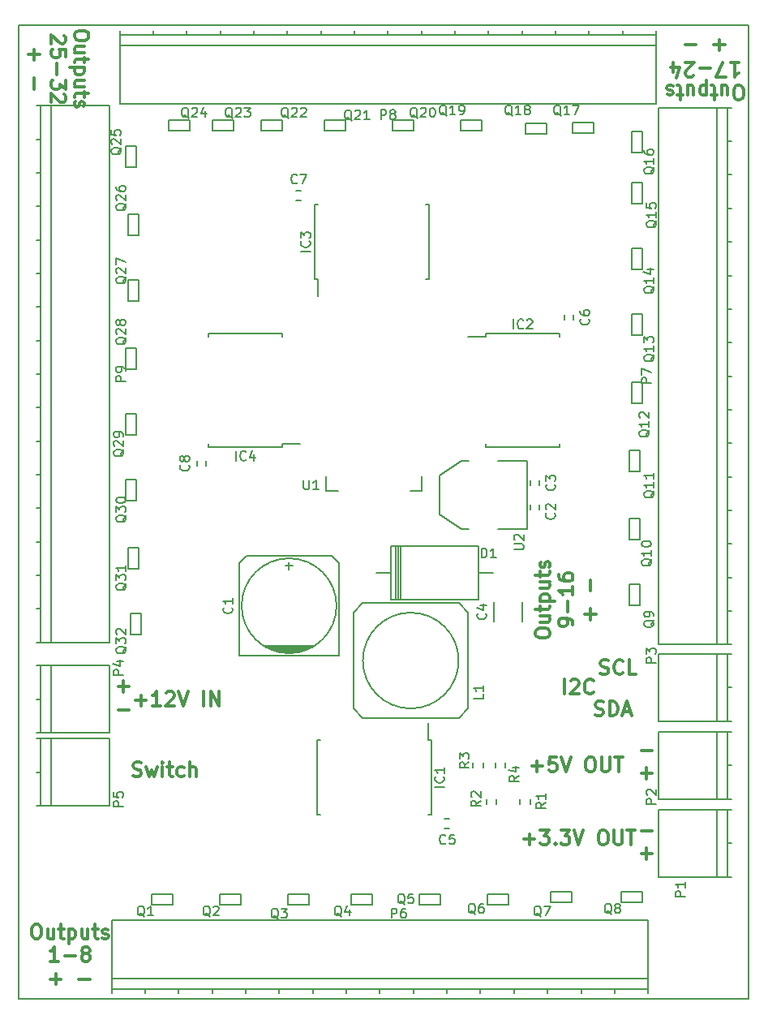
<source format=gbr>
G04 #@! TF.FileFunction,Legend,Top*
%FSLAX46Y46*%
G04 Gerber Fmt 4.6, Leading zero omitted, Abs format (unit mm)*
G04 Created by KiCad (PCBNEW 4.0.1-stable) date 8/4/2016 1:38:13 PM*
%MOMM*%
G01*
G04 APERTURE LIST*
%ADD10C,0.100000*%
%ADD11C,0.300000*%
%ADD12C,0.150000*%
G04 APERTURE END LIST*
D10*
D11*
X169498571Y-111846858D02*
X169498571Y-111561144D01*
X169570000Y-111418286D01*
X169712857Y-111275429D01*
X169998571Y-111204001D01*
X170498571Y-111204001D01*
X170784286Y-111275429D01*
X170927143Y-111418286D01*
X170998571Y-111561144D01*
X170998571Y-111846858D01*
X170927143Y-111989715D01*
X170784286Y-112132572D01*
X170498571Y-112204001D01*
X169998571Y-112204001D01*
X169712857Y-112132572D01*
X169570000Y-111989715D01*
X169498571Y-111846858D01*
X169998571Y-109918286D02*
X170998571Y-109918286D01*
X169998571Y-110561143D02*
X170784286Y-110561143D01*
X170927143Y-110489715D01*
X170998571Y-110346857D01*
X170998571Y-110132572D01*
X170927143Y-109989715D01*
X170855714Y-109918286D01*
X169998571Y-109418286D02*
X169998571Y-108846857D01*
X169498571Y-109204000D02*
X170784286Y-109204000D01*
X170927143Y-109132572D01*
X170998571Y-108989714D01*
X170998571Y-108846857D01*
X169998571Y-108346857D02*
X171498571Y-108346857D01*
X170070000Y-108346857D02*
X169998571Y-108204000D01*
X169998571Y-107918286D01*
X170070000Y-107775429D01*
X170141429Y-107704000D01*
X170284286Y-107632571D01*
X170712857Y-107632571D01*
X170855714Y-107704000D01*
X170927143Y-107775429D01*
X170998571Y-107918286D01*
X170998571Y-108204000D01*
X170927143Y-108346857D01*
X169998571Y-106346857D02*
X170998571Y-106346857D01*
X169998571Y-106989714D02*
X170784286Y-106989714D01*
X170927143Y-106918286D01*
X170998571Y-106775428D01*
X170998571Y-106561143D01*
X170927143Y-106418286D01*
X170855714Y-106346857D01*
X169998571Y-105846857D02*
X169998571Y-105275428D01*
X169498571Y-105632571D02*
X170784286Y-105632571D01*
X170927143Y-105561143D01*
X170998571Y-105418285D01*
X170998571Y-105275428D01*
X170927143Y-104846857D02*
X170998571Y-104704000D01*
X170998571Y-104418285D01*
X170927143Y-104275428D01*
X170784286Y-104204000D01*
X170712857Y-104204000D01*
X170570000Y-104275428D01*
X170498571Y-104418285D01*
X170498571Y-104632571D01*
X170427143Y-104775428D01*
X170284286Y-104846857D01*
X170212857Y-104846857D01*
X170070000Y-104775428D01*
X169998571Y-104632571D01*
X169998571Y-104418285D01*
X170070000Y-104275428D01*
X173398571Y-110846857D02*
X173398571Y-110561142D01*
X173327143Y-110418285D01*
X173255714Y-110346857D01*
X173041429Y-110203999D01*
X172755714Y-110132571D01*
X172184286Y-110132571D01*
X172041429Y-110203999D01*
X171970000Y-110275428D01*
X171898571Y-110418285D01*
X171898571Y-110703999D01*
X171970000Y-110846857D01*
X172041429Y-110918285D01*
X172184286Y-110989714D01*
X172541429Y-110989714D01*
X172684286Y-110918285D01*
X172755714Y-110846857D01*
X172827143Y-110703999D01*
X172827143Y-110418285D01*
X172755714Y-110275428D01*
X172684286Y-110203999D01*
X172541429Y-110132571D01*
X172827143Y-109489714D02*
X172827143Y-108346857D01*
X173398571Y-106846857D02*
X173398571Y-107704000D01*
X173398571Y-107275428D02*
X171898571Y-107275428D01*
X172112857Y-107418285D01*
X172255714Y-107561143D01*
X172327143Y-107704000D01*
X171898571Y-105561143D02*
X171898571Y-105846857D01*
X171970000Y-105989714D01*
X172041429Y-106061143D01*
X172255714Y-106204000D01*
X172541429Y-106275429D01*
X173112857Y-106275429D01*
X173255714Y-106204000D01*
X173327143Y-106132572D01*
X173398571Y-105989714D01*
X173398571Y-105704000D01*
X173327143Y-105561143D01*
X173255714Y-105489714D01*
X173112857Y-105418286D01*
X172755714Y-105418286D01*
X172612857Y-105489714D01*
X172541429Y-105561143D01*
X172470000Y-105704000D01*
X172470000Y-105989714D01*
X172541429Y-106132572D01*
X172612857Y-106204000D01*
X172755714Y-106275429D01*
X175227143Y-110275428D02*
X175227143Y-109132571D01*
X175798571Y-109704000D02*
X174655714Y-109704000D01*
X175227143Y-107275428D02*
X175227143Y-106132571D01*
X122855429Y-49189142D02*
X122855429Y-49474856D01*
X122784000Y-49617714D01*
X122641143Y-49760571D01*
X122355429Y-49831999D01*
X121855429Y-49831999D01*
X121569714Y-49760571D01*
X121426857Y-49617714D01*
X121355429Y-49474856D01*
X121355429Y-49189142D01*
X121426857Y-49046285D01*
X121569714Y-48903428D01*
X121855429Y-48831999D01*
X122355429Y-48831999D01*
X122641143Y-48903428D01*
X122784000Y-49046285D01*
X122855429Y-49189142D01*
X122355429Y-51117714D02*
X121355429Y-51117714D01*
X122355429Y-50474857D02*
X121569714Y-50474857D01*
X121426857Y-50546285D01*
X121355429Y-50689143D01*
X121355429Y-50903428D01*
X121426857Y-51046285D01*
X121498286Y-51117714D01*
X122355429Y-51617714D02*
X122355429Y-52189143D01*
X122855429Y-51832000D02*
X121569714Y-51832000D01*
X121426857Y-51903428D01*
X121355429Y-52046286D01*
X121355429Y-52189143D01*
X122355429Y-52689143D02*
X120855429Y-52689143D01*
X122284000Y-52689143D02*
X122355429Y-52832000D01*
X122355429Y-53117714D01*
X122284000Y-53260571D01*
X122212571Y-53332000D01*
X122069714Y-53403429D01*
X121641143Y-53403429D01*
X121498286Y-53332000D01*
X121426857Y-53260571D01*
X121355429Y-53117714D01*
X121355429Y-52832000D01*
X121426857Y-52689143D01*
X122355429Y-54689143D02*
X121355429Y-54689143D01*
X122355429Y-54046286D02*
X121569714Y-54046286D01*
X121426857Y-54117714D01*
X121355429Y-54260572D01*
X121355429Y-54474857D01*
X121426857Y-54617714D01*
X121498286Y-54689143D01*
X122355429Y-55189143D02*
X122355429Y-55760572D01*
X122855429Y-55403429D02*
X121569714Y-55403429D01*
X121426857Y-55474857D01*
X121355429Y-55617715D01*
X121355429Y-55760572D01*
X121426857Y-56189143D02*
X121355429Y-56332000D01*
X121355429Y-56617715D01*
X121426857Y-56760572D01*
X121569714Y-56832000D01*
X121641143Y-56832000D01*
X121784000Y-56760572D01*
X121855429Y-56617715D01*
X121855429Y-56403429D01*
X121926857Y-56260572D01*
X122069714Y-56189143D01*
X122141143Y-56189143D01*
X122284000Y-56260572D01*
X122355429Y-56403429D01*
X122355429Y-56617715D01*
X122284000Y-56760572D01*
X120312571Y-49332001D02*
X120384000Y-49403430D01*
X120455429Y-49546287D01*
X120455429Y-49903430D01*
X120384000Y-50046287D01*
X120312571Y-50117716D01*
X120169714Y-50189144D01*
X120026857Y-50189144D01*
X119812571Y-50117716D01*
X118955429Y-49260573D01*
X118955429Y-50189144D01*
X120455429Y-51546287D02*
X120455429Y-50832001D01*
X119741143Y-50760572D01*
X119812571Y-50832001D01*
X119884000Y-50974858D01*
X119884000Y-51332001D01*
X119812571Y-51474858D01*
X119741143Y-51546287D01*
X119598286Y-51617715D01*
X119241143Y-51617715D01*
X119098286Y-51546287D01*
X119026857Y-51474858D01*
X118955429Y-51332001D01*
X118955429Y-50974858D01*
X119026857Y-50832001D01*
X119098286Y-50760572D01*
X119526857Y-52260572D02*
X119526857Y-53403429D01*
X120455429Y-53974858D02*
X120455429Y-54903429D01*
X119884000Y-54403429D01*
X119884000Y-54617715D01*
X119812571Y-54760572D01*
X119741143Y-54832001D01*
X119598286Y-54903429D01*
X119241143Y-54903429D01*
X119098286Y-54832001D01*
X119026857Y-54760572D01*
X118955429Y-54617715D01*
X118955429Y-54189143D01*
X119026857Y-54046286D01*
X119098286Y-53974858D01*
X120312571Y-55474857D02*
X120384000Y-55546286D01*
X120455429Y-55689143D01*
X120455429Y-56046286D01*
X120384000Y-56189143D01*
X120312571Y-56260572D01*
X120169714Y-56332000D01*
X120026857Y-56332000D01*
X119812571Y-56260572D01*
X118955429Y-55403429D01*
X118955429Y-56332000D01*
X117126857Y-50760572D02*
X117126857Y-51903429D01*
X116555429Y-51332000D02*
X117698286Y-51332000D01*
X117126857Y-53760572D02*
X117126857Y-54903429D01*
X190840858Y-56053429D02*
X190555144Y-56053429D01*
X190412286Y-55982000D01*
X190269429Y-55839143D01*
X190198001Y-55553429D01*
X190198001Y-55053429D01*
X190269429Y-54767714D01*
X190412286Y-54624857D01*
X190555144Y-54553429D01*
X190840858Y-54553429D01*
X190983715Y-54624857D01*
X191126572Y-54767714D01*
X191198001Y-55053429D01*
X191198001Y-55553429D01*
X191126572Y-55839143D01*
X190983715Y-55982000D01*
X190840858Y-56053429D01*
X188912286Y-55553429D02*
X188912286Y-54553429D01*
X189555143Y-55553429D02*
X189555143Y-54767714D01*
X189483715Y-54624857D01*
X189340857Y-54553429D01*
X189126572Y-54553429D01*
X188983715Y-54624857D01*
X188912286Y-54696286D01*
X188412286Y-55553429D02*
X187840857Y-55553429D01*
X188198000Y-56053429D02*
X188198000Y-54767714D01*
X188126572Y-54624857D01*
X187983714Y-54553429D01*
X187840857Y-54553429D01*
X187340857Y-55553429D02*
X187340857Y-54053429D01*
X187340857Y-55482000D02*
X187198000Y-55553429D01*
X186912286Y-55553429D01*
X186769429Y-55482000D01*
X186698000Y-55410571D01*
X186626571Y-55267714D01*
X186626571Y-54839143D01*
X186698000Y-54696286D01*
X186769429Y-54624857D01*
X186912286Y-54553429D01*
X187198000Y-54553429D01*
X187340857Y-54624857D01*
X185340857Y-55553429D02*
X185340857Y-54553429D01*
X185983714Y-55553429D02*
X185983714Y-54767714D01*
X185912286Y-54624857D01*
X185769428Y-54553429D01*
X185555143Y-54553429D01*
X185412286Y-54624857D01*
X185340857Y-54696286D01*
X184840857Y-55553429D02*
X184269428Y-55553429D01*
X184626571Y-56053429D02*
X184626571Y-54767714D01*
X184555143Y-54624857D01*
X184412285Y-54553429D01*
X184269428Y-54553429D01*
X183840857Y-54624857D02*
X183698000Y-54553429D01*
X183412285Y-54553429D01*
X183269428Y-54624857D01*
X183198000Y-54767714D01*
X183198000Y-54839143D01*
X183269428Y-54982000D01*
X183412285Y-55053429D01*
X183626571Y-55053429D01*
X183769428Y-55124857D01*
X183840857Y-55267714D01*
X183840857Y-55339143D01*
X183769428Y-55482000D01*
X183626571Y-55553429D01*
X183412285Y-55553429D01*
X183269428Y-55482000D01*
X189840856Y-52153429D02*
X190697999Y-52153429D01*
X190269427Y-52153429D02*
X190269427Y-53653429D01*
X190412284Y-53439143D01*
X190555142Y-53296286D01*
X190697999Y-53224857D01*
X189340856Y-53653429D02*
X188340856Y-53653429D01*
X188983713Y-52153429D01*
X187769428Y-52724857D02*
X186626571Y-52724857D01*
X185983714Y-53510571D02*
X185912285Y-53582000D01*
X185769428Y-53653429D01*
X185412285Y-53653429D01*
X185269428Y-53582000D01*
X185197999Y-53510571D01*
X185126571Y-53367714D01*
X185126571Y-53224857D01*
X185197999Y-53010571D01*
X186055142Y-52153429D01*
X185126571Y-52153429D01*
X183840857Y-53153429D02*
X183840857Y-52153429D01*
X184198000Y-53724857D02*
X184555143Y-52653429D01*
X183626571Y-52653429D01*
X189269428Y-50324857D02*
X188126571Y-50324857D01*
X188698000Y-49753429D02*
X188698000Y-50896286D01*
X186269428Y-50324857D02*
X185126571Y-50324857D01*
X117261142Y-142066571D02*
X117546856Y-142066571D01*
X117689714Y-142138000D01*
X117832571Y-142280857D01*
X117903999Y-142566571D01*
X117903999Y-143066571D01*
X117832571Y-143352286D01*
X117689714Y-143495143D01*
X117546856Y-143566571D01*
X117261142Y-143566571D01*
X117118285Y-143495143D01*
X116975428Y-143352286D01*
X116903999Y-143066571D01*
X116903999Y-142566571D01*
X116975428Y-142280857D01*
X117118285Y-142138000D01*
X117261142Y-142066571D01*
X119189714Y-142566571D02*
X119189714Y-143566571D01*
X118546857Y-142566571D02*
X118546857Y-143352286D01*
X118618285Y-143495143D01*
X118761143Y-143566571D01*
X118975428Y-143566571D01*
X119118285Y-143495143D01*
X119189714Y-143423714D01*
X119689714Y-142566571D02*
X120261143Y-142566571D01*
X119904000Y-142066571D02*
X119904000Y-143352286D01*
X119975428Y-143495143D01*
X120118286Y-143566571D01*
X120261143Y-143566571D01*
X120761143Y-142566571D02*
X120761143Y-144066571D01*
X120761143Y-142638000D02*
X120904000Y-142566571D01*
X121189714Y-142566571D01*
X121332571Y-142638000D01*
X121404000Y-142709429D01*
X121475429Y-142852286D01*
X121475429Y-143280857D01*
X121404000Y-143423714D01*
X121332571Y-143495143D01*
X121189714Y-143566571D01*
X120904000Y-143566571D01*
X120761143Y-143495143D01*
X122761143Y-142566571D02*
X122761143Y-143566571D01*
X122118286Y-142566571D02*
X122118286Y-143352286D01*
X122189714Y-143495143D01*
X122332572Y-143566571D01*
X122546857Y-143566571D01*
X122689714Y-143495143D01*
X122761143Y-143423714D01*
X123261143Y-142566571D02*
X123832572Y-142566571D01*
X123475429Y-142066571D02*
X123475429Y-143352286D01*
X123546857Y-143495143D01*
X123689715Y-143566571D01*
X123832572Y-143566571D01*
X124261143Y-143495143D02*
X124404000Y-143566571D01*
X124689715Y-143566571D01*
X124832572Y-143495143D01*
X124904000Y-143352286D01*
X124904000Y-143280857D01*
X124832572Y-143138000D01*
X124689715Y-143066571D01*
X124475429Y-143066571D01*
X124332572Y-142995143D01*
X124261143Y-142852286D01*
X124261143Y-142780857D01*
X124332572Y-142638000D01*
X124475429Y-142566571D01*
X124689715Y-142566571D01*
X124832572Y-142638000D01*
X119689715Y-145966571D02*
X118832572Y-145966571D01*
X119261144Y-145966571D02*
X119261144Y-144466571D01*
X119118287Y-144680857D01*
X118975429Y-144823714D01*
X118832572Y-144895143D01*
X120332572Y-145395143D02*
X121475429Y-145395143D01*
X122404001Y-145109429D02*
X122261143Y-145038000D01*
X122189715Y-144966571D01*
X122118286Y-144823714D01*
X122118286Y-144752286D01*
X122189715Y-144609429D01*
X122261143Y-144538000D01*
X122404001Y-144466571D01*
X122689715Y-144466571D01*
X122832572Y-144538000D01*
X122904001Y-144609429D01*
X122975429Y-144752286D01*
X122975429Y-144823714D01*
X122904001Y-144966571D01*
X122832572Y-145038000D01*
X122689715Y-145109429D01*
X122404001Y-145109429D01*
X122261143Y-145180857D01*
X122189715Y-145252286D01*
X122118286Y-145395143D01*
X122118286Y-145680857D01*
X122189715Y-145823714D01*
X122261143Y-145895143D01*
X122404001Y-145966571D01*
X122689715Y-145966571D01*
X122832572Y-145895143D01*
X122904001Y-145823714D01*
X122975429Y-145680857D01*
X122975429Y-145395143D01*
X122904001Y-145252286D01*
X122832572Y-145180857D01*
X122689715Y-145109429D01*
X118832572Y-147795143D02*
X119975429Y-147795143D01*
X119404000Y-148366571D02*
X119404000Y-147223714D01*
X121832572Y-147795143D02*
X122975429Y-147795143D01*
X176268286Y-115923143D02*
X176482572Y-115994571D01*
X176839715Y-115994571D01*
X176982572Y-115923143D01*
X177054001Y-115851714D01*
X177125429Y-115708857D01*
X177125429Y-115566000D01*
X177054001Y-115423143D01*
X176982572Y-115351714D01*
X176839715Y-115280286D01*
X176554001Y-115208857D01*
X176411143Y-115137429D01*
X176339715Y-115066000D01*
X176268286Y-114923143D01*
X176268286Y-114780286D01*
X176339715Y-114637429D01*
X176411143Y-114566000D01*
X176554001Y-114494571D01*
X176911143Y-114494571D01*
X177125429Y-114566000D01*
X178625429Y-115851714D02*
X178554000Y-115923143D01*
X178339714Y-115994571D01*
X178196857Y-115994571D01*
X177982572Y-115923143D01*
X177839714Y-115780286D01*
X177768286Y-115637429D01*
X177696857Y-115351714D01*
X177696857Y-115137429D01*
X177768286Y-114851714D01*
X177839714Y-114708857D01*
X177982572Y-114566000D01*
X178196857Y-114494571D01*
X178339714Y-114494571D01*
X178554000Y-114566000D01*
X178625429Y-114637429D01*
X179982572Y-115994571D02*
X179268286Y-115994571D01*
X179268286Y-114494571D01*
X175724572Y-120241143D02*
X175938858Y-120312571D01*
X176296001Y-120312571D01*
X176438858Y-120241143D01*
X176510287Y-120169714D01*
X176581715Y-120026857D01*
X176581715Y-119884000D01*
X176510287Y-119741143D01*
X176438858Y-119669714D01*
X176296001Y-119598286D01*
X176010287Y-119526857D01*
X175867429Y-119455429D01*
X175796001Y-119384000D01*
X175724572Y-119241143D01*
X175724572Y-119098286D01*
X175796001Y-118955429D01*
X175867429Y-118884000D01*
X176010287Y-118812571D01*
X176367429Y-118812571D01*
X176581715Y-118884000D01*
X177224572Y-120312571D02*
X177224572Y-118812571D01*
X177581715Y-118812571D01*
X177796000Y-118884000D01*
X177938858Y-119026857D01*
X178010286Y-119169714D01*
X178081715Y-119455429D01*
X178081715Y-119669714D01*
X178010286Y-119955429D01*
X177938858Y-120098286D01*
X177796000Y-120241143D01*
X177581715Y-120312571D01*
X177224572Y-120312571D01*
X178653143Y-119884000D02*
X179367429Y-119884000D01*
X178510286Y-120312571D02*
X179010286Y-118812571D01*
X179510286Y-120312571D01*
X181673428Y-134696857D02*
X180530571Y-134696857D01*
X181102000Y-134125429D02*
X181102000Y-135268286D01*
X181673428Y-132296857D02*
X180530571Y-132296857D01*
X181673428Y-126314857D02*
X180530571Y-126314857D01*
X181102000Y-125743429D02*
X181102000Y-126886286D01*
X181673428Y-123914857D02*
X180530571Y-123914857D01*
X125920572Y-117271143D02*
X127063429Y-117271143D01*
X126492000Y-117842571D02*
X126492000Y-116699714D01*
X125920572Y-119671143D02*
X127063429Y-119671143D01*
X168275715Y-133203143D02*
X169418572Y-133203143D01*
X168847143Y-133774571D02*
X168847143Y-132631714D01*
X169990001Y-132274571D02*
X170918572Y-132274571D01*
X170418572Y-132846000D01*
X170632858Y-132846000D01*
X170775715Y-132917429D01*
X170847144Y-132988857D01*
X170918572Y-133131714D01*
X170918572Y-133488857D01*
X170847144Y-133631714D01*
X170775715Y-133703143D01*
X170632858Y-133774571D01*
X170204286Y-133774571D01*
X170061429Y-133703143D01*
X169990001Y-133631714D01*
X171561429Y-133631714D02*
X171632857Y-133703143D01*
X171561429Y-133774571D01*
X171490000Y-133703143D01*
X171561429Y-133631714D01*
X171561429Y-133774571D01*
X172132858Y-132274571D02*
X173061429Y-132274571D01*
X172561429Y-132846000D01*
X172775715Y-132846000D01*
X172918572Y-132917429D01*
X172990001Y-132988857D01*
X173061429Y-133131714D01*
X173061429Y-133488857D01*
X172990001Y-133631714D01*
X172918572Y-133703143D01*
X172775715Y-133774571D01*
X172347143Y-133774571D01*
X172204286Y-133703143D01*
X172132858Y-133631714D01*
X173490000Y-132274571D02*
X173990000Y-133774571D01*
X174490000Y-132274571D01*
X176418571Y-132274571D02*
X176704285Y-132274571D01*
X176847143Y-132346000D01*
X176990000Y-132488857D01*
X177061428Y-132774571D01*
X177061428Y-133274571D01*
X176990000Y-133560286D01*
X176847143Y-133703143D01*
X176704285Y-133774571D01*
X176418571Y-133774571D01*
X176275714Y-133703143D01*
X176132857Y-133560286D01*
X176061428Y-133274571D01*
X176061428Y-132774571D01*
X176132857Y-132488857D01*
X176275714Y-132346000D01*
X176418571Y-132274571D01*
X177704286Y-132274571D02*
X177704286Y-133488857D01*
X177775714Y-133631714D01*
X177847143Y-133703143D01*
X177990000Y-133774571D01*
X178275714Y-133774571D01*
X178418572Y-133703143D01*
X178490000Y-133631714D01*
X178561429Y-133488857D01*
X178561429Y-132274571D01*
X179061429Y-132274571D02*
X179918572Y-132274571D01*
X179490001Y-133774571D02*
X179490001Y-132274571D01*
X169093143Y-125583143D02*
X170236000Y-125583143D01*
X169664571Y-126154571D02*
X169664571Y-125011714D01*
X171664572Y-124654571D02*
X170950286Y-124654571D01*
X170878857Y-125368857D01*
X170950286Y-125297429D01*
X171093143Y-125226000D01*
X171450286Y-125226000D01*
X171593143Y-125297429D01*
X171664572Y-125368857D01*
X171736000Y-125511714D01*
X171736000Y-125868857D01*
X171664572Y-126011714D01*
X171593143Y-126083143D01*
X171450286Y-126154571D01*
X171093143Y-126154571D01*
X170950286Y-126083143D01*
X170878857Y-126011714D01*
X172164571Y-124654571D02*
X172664571Y-126154571D01*
X173164571Y-124654571D01*
X175093142Y-124654571D02*
X175378856Y-124654571D01*
X175521714Y-124726000D01*
X175664571Y-124868857D01*
X175735999Y-125154571D01*
X175735999Y-125654571D01*
X175664571Y-125940286D01*
X175521714Y-126083143D01*
X175378856Y-126154571D01*
X175093142Y-126154571D01*
X174950285Y-126083143D01*
X174807428Y-125940286D01*
X174735999Y-125654571D01*
X174735999Y-125154571D01*
X174807428Y-124868857D01*
X174950285Y-124726000D01*
X175093142Y-124654571D01*
X176378857Y-124654571D02*
X176378857Y-125868857D01*
X176450285Y-126011714D01*
X176521714Y-126083143D01*
X176664571Y-126154571D01*
X176950285Y-126154571D01*
X177093143Y-126083143D01*
X177164571Y-126011714D01*
X177236000Y-125868857D01*
X177236000Y-124654571D01*
X177736000Y-124654571D02*
X178593143Y-124654571D01*
X178164572Y-126154571D02*
X178164572Y-124654571D01*
X172525715Y-118026571D02*
X172525715Y-116526571D01*
X173168572Y-116669429D02*
X173240001Y-116598000D01*
X173382858Y-116526571D01*
X173740001Y-116526571D01*
X173882858Y-116598000D01*
X173954287Y-116669429D01*
X174025715Y-116812286D01*
X174025715Y-116955143D01*
X173954287Y-117169429D01*
X173097144Y-118026571D01*
X174025715Y-118026571D01*
X175525715Y-117883714D02*
X175454286Y-117955143D01*
X175240000Y-118026571D01*
X175097143Y-118026571D01*
X174882858Y-117955143D01*
X174740000Y-117812286D01*
X174668572Y-117669429D01*
X174597143Y-117383714D01*
X174597143Y-117169429D01*
X174668572Y-116883714D01*
X174740000Y-116740857D01*
X174882858Y-116598000D01*
X175097143Y-116526571D01*
X175240000Y-116526571D01*
X175454286Y-116598000D01*
X175525715Y-116669429D01*
X127488571Y-126591143D02*
X127702857Y-126662571D01*
X128060000Y-126662571D01*
X128202857Y-126591143D01*
X128274286Y-126519714D01*
X128345714Y-126376857D01*
X128345714Y-126234000D01*
X128274286Y-126091143D01*
X128202857Y-126019714D01*
X128060000Y-125948286D01*
X127774286Y-125876857D01*
X127631428Y-125805429D01*
X127560000Y-125734000D01*
X127488571Y-125591143D01*
X127488571Y-125448286D01*
X127560000Y-125305429D01*
X127631428Y-125234000D01*
X127774286Y-125162571D01*
X128131428Y-125162571D01*
X128345714Y-125234000D01*
X128845714Y-125662571D02*
X129131428Y-126662571D01*
X129417142Y-125948286D01*
X129702857Y-126662571D01*
X129988571Y-125662571D01*
X130560000Y-126662571D02*
X130560000Y-125662571D01*
X130560000Y-125162571D02*
X130488571Y-125234000D01*
X130560000Y-125305429D01*
X130631428Y-125234000D01*
X130560000Y-125162571D01*
X130560000Y-125305429D01*
X131060000Y-125662571D02*
X131631429Y-125662571D01*
X131274286Y-125162571D02*
X131274286Y-126448286D01*
X131345714Y-126591143D01*
X131488572Y-126662571D01*
X131631429Y-126662571D01*
X132774286Y-126591143D02*
X132631429Y-126662571D01*
X132345715Y-126662571D01*
X132202857Y-126591143D01*
X132131429Y-126519714D01*
X132060000Y-126376857D01*
X132060000Y-125948286D01*
X132131429Y-125805429D01*
X132202857Y-125734000D01*
X132345715Y-125662571D01*
X132631429Y-125662571D01*
X132774286Y-125734000D01*
X133417143Y-126662571D02*
X133417143Y-125162571D01*
X134060000Y-126662571D02*
X134060000Y-125876857D01*
X133988571Y-125734000D01*
X133845714Y-125662571D01*
X133631429Y-125662571D01*
X133488571Y-125734000D01*
X133417143Y-125805429D01*
X127722858Y-118725143D02*
X128865715Y-118725143D01*
X128294286Y-119296571D02*
X128294286Y-118153714D01*
X130365715Y-119296571D02*
X129508572Y-119296571D01*
X129937144Y-119296571D02*
X129937144Y-117796571D01*
X129794287Y-118010857D01*
X129651429Y-118153714D01*
X129508572Y-118225143D01*
X130937143Y-117939429D02*
X131008572Y-117868000D01*
X131151429Y-117796571D01*
X131508572Y-117796571D01*
X131651429Y-117868000D01*
X131722858Y-117939429D01*
X131794286Y-118082286D01*
X131794286Y-118225143D01*
X131722858Y-118439429D01*
X130865715Y-119296571D01*
X131794286Y-119296571D01*
X132222857Y-117796571D02*
X132722857Y-119296571D01*
X133222857Y-117796571D01*
X134865714Y-119296571D02*
X134865714Y-117796571D01*
X135580000Y-119296571D02*
X135580000Y-117796571D01*
X136437143Y-119296571D01*
X136437143Y-117796571D01*
D12*
X191770000Y-149860000D02*
X191770000Y-48260000D01*
X115570000Y-48260000D02*
X115570000Y-149860000D01*
X115570000Y-149860000D02*
X191770000Y-149860000D01*
X191770000Y-48260000D02*
X115570000Y-48260000D01*
X189520000Y-133632000D02*
X189920000Y-133632000D01*
X188420000Y-137132000D02*
X188420000Y-130132000D01*
X189520000Y-137132000D02*
X189520000Y-130132000D01*
X182320000Y-137132000D02*
X189920000Y-137132000D01*
X189920000Y-130132000D02*
X182320000Y-130132000D01*
X182320000Y-130132000D02*
X182320000Y-137132000D01*
X189520000Y-125504000D02*
X189920000Y-125504000D01*
X188420000Y-129004000D02*
X188420000Y-122004000D01*
X189520000Y-129004000D02*
X189520000Y-122004000D01*
X182320000Y-129004000D02*
X189920000Y-129004000D01*
X189920000Y-122004000D02*
X182320000Y-122004000D01*
X182320000Y-122004000D02*
X182320000Y-129004000D01*
X162975000Y-125250000D02*
X162975000Y-125750000D01*
X164025000Y-125750000D02*
X164025000Y-125250000D01*
X165275000Y-125250000D02*
X165275000Y-125750000D01*
X166325000Y-125750000D02*
X166325000Y-125250000D01*
X144780000Y-113665000D02*
X142748000Y-113665000D01*
X142367000Y-113538000D02*
X145288000Y-113538000D01*
X145542000Y-113411000D02*
X141986000Y-113411000D01*
X141605000Y-113284000D02*
X145923000Y-113284000D01*
X146177000Y-113157000D02*
X141351000Y-113157000D01*
X141224000Y-113030000D02*
X146304000Y-113030000D01*
X138557000Y-114046000D02*
X148971000Y-114046000D01*
X148971000Y-114046000D02*
X148971000Y-104394000D01*
X148971000Y-104394000D02*
X148209000Y-103632000D01*
X148209000Y-103632000D02*
X139319000Y-103632000D01*
X139319000Y-103632000D02*
X138557000Y-104394000D01*
X138557000Y-104394000D02*
X138557000Y-114046000D01*
X143764000Y-104267000D02*
X143764000Y-105029000D01*
X143383000Y-104648000D02*
X144145000Y-104648000D01*
X148717000Y-108839000D02*
G75*
G03X148717000Y-108839000I-4953000J0D01*
G01*
X168943000Y-98302000D02*
X168943000Y-98802000D01*
X169893000Y-98802000D02*
X169893000Y-98302000D01*
X169893000Y-96262000D02*
X169893000Y-95762000D01*
X168943000Y-95762000D02*
X168943000Y-96262000D01*
X165149000Y-108474000D02*
X165149000Y-110474000D01*
X168099000Y-110474000D02*
X168099000Y-108474000D01*
X160024000Y-132047000D02*
X160524000Y-132047000D01*
X160524000Y-131097000D02*
X160024000Y-131097000D01*
X173449000Y-78990000D02*
X173449000Y-78490000D01*
X172499000Y-78490000D02*
X172499000Y-78990000D01*
X145030000Y-65565000D02*
X144530000Y-65565000D01*
X144530000Y-66515000D02*
X145030000Y-66515000D01*
X134145000Y-93730000D02*
X134145000Y-94230000D01*
X135095000Y-94230000D02*
X135095000Y-93730000D01*
X163577220Y-105407040D02*
X165101220Y-105407040D01*
X154433220Y-105407040D02*
X152909220Y-105407040D01*
X155449220Y-102613040D02*
X155449220Y-108201040D01*
X155195220Y-102613040D02*
X155195220Y-108201040D01*
X154941220Y-102613040D02*
X154941220Y-108201040D01*
X154433220Y-108201040D02*
X154433220Y-102613040D01*
X154433220Y-102613040D02*
X163577220Y-102613040D01*
X163577220Y-102613040D02*
X163577220Y-108201040D01*
X163577220Y-108201040D02*
X154433220Y-108201040D01*
X158604000Y-122871000D02*
X158259000Y-122871000D01*
X158604000Y-130621000D02*
X158259000Y-130621000D01*
X146704000Y-130621000D02*
X147049000Y-130621000D01*
X146704000Y-122871000D02*
X147049000Y-122871000D01*
X158604000Y-122871000D02*
X158604000Y-130621000D01*
X146704000Y-122871000D02*
X146704000Y-130621000D01*
X158259000Y-122871000D02*
X158259000Y-121046000D01*
X164273000Y-80410000D02*
X164273000Y-80755000D01*
X172023000Y-80410000D02*
X172023000Y-80755000D01*
X172023000Y-92310000D02*
X172023000Y-91965000D01*
X164273000Y-92310000D02*
X164273000Y-91965000D01*
X164273000Y-80410000D02*
X172023000Y-80410000D01*
X164273000Y-92310000D02*
X172023000Y-92310000D01*
X164273000Y-80755000D02*
X162448000Y-80755000D01*
X146450000Y-74741000D02*
X146795000Y-74741000D01*
X146450000Y-66991000D02*
X146795000Y-66991000D01*
X158350000Y-66991000D02*
X158005000Y-66991000D01*
X158350000Y-74741000D02*
X158005000Y-74741000D01*
X146450000Y-74741000D02*
X146450000Y-66991000D01*
X158350000Y-74741000D02*
X158350000Y-66991000D01*
X146795000Y-74741000D02*
X146795000Y-76566000D01*
X143067000Y-92310000D02*
X143067000Y-91965000D01*
X135317000Y-92310000D02*
X135317000Y-91965000D01*
X135317000Y-80410000D02*
X135317000Y-80755000D01*
X143067000Y-80410000D02*
X143067000Y-80755000D01*
X143067000Y-92310000D02*
X135317000Y-92310000D01*
X143067000Y-80410000D02*
X135317000Y-80410000D01*
X143067000Y-91965000D02*
X144892000Y-91965000D01*
X161465260Y-114554000D02*
G75*
G03X161465260Y-114554000I-5001260J0D01*
G01*
X150464520Y-114554000D02*
X150464520Y-109552740D01*
X150464520Y-109552740D02*
X151462740Y-108554520D01*
X151462740Y-108554520D02*
X161465260Y-108554520D01*
X161465260Y-108554520D02*
X162463480Y-109552740D01*
X162463480Y-109552740D02*
X162463480Y-119555260D01*
X162463480Y-119555260D02*
X161465260Y-120553480D01*
X161465260Y-120553480D02*
X151462740Y-120553480D01*
X151462740Y-120553480D02*
X150464520Y-119555260D01*
X150464520Y-119555260D02*
X150464520Y-114554000D01*
X189520000Y-117376000D02*
X189920000Y-117376000D01*
X188420000Y-120876000D02*
X188420000Y-113876000D01*
X189520000Y-120876000D02*
X189520000Y-113876000D01*
X182320000Y-120876000D02*
X189920000Y-120876000D01*
X189920000Y-113876000D02*
X182320000Y-113876000D01*
X182320000Y-113876000D02*
X182320000Y-120876000D01*
X117820000Y-118590000D02*
X117420000Y-118590000D01*
X118920000Y-115090000D02*
X118920000Y-122090000D01*
X117820000Y-115090000D02*
X117820000Y-122090000D01*
X125020000Y-115090000D02*
X117420000Y-115090000D01*
X117420000Y-122090000D02*
X125020000Y-122090000D01*
X125020000Y-122090000D02*
X125020000Y-115090000D01*
X117820000Y-126210000D02*
X117420000Y-126210000D01*
X118920000Y-122710000D02*
X118920000Y-129710000D01*
X117820000Y-122710000D02*
X117820000Y-129710000D01*
X125020000Y-122710000D02*
X117420000Y-122710000D01*
X117420000Y-129710000D02*
X125020000Y-129710000D01*
X125020000Y-129710000D02*
X125020000Y-122710000D01*
X177750000Y-148880000D02*
X177750000Y-149280000D01*
X174250000Y-148880000D02*
X174250000Y-149280000D01*
X167250000Y-148880000D02*
X167250000Y-149280000D01*
X170750000Y-148880000D02*
X170750000Y-149280000D01*
X163750000Y-148880000D02*
X163750000Y-149280000D01*
X160250000Y-148880000D02*
X160250000Y-149280000D01*
X153250000Y-148880000D02*
X153250000Y-149280000D01*
X156750000Y-148880000D02*
X156750000Y-149280000D01*
X149750000Y-148880000D02*
X149750000Y-149280000D01*
X135750000Y-148880000D02*
X135750000Y-149280000D01*
X146250000Y-148880000D02*
X146250000Y-149280000D01*
X142750000Y-148880000D02*
X142750000Y-149280000D01*
X128750000Y-148880000D02*
X128750000Y-149280000D01*
X132250000Y-148880000D02*
X132250000Y-149280000D01*
X139250000Y-148880000D02*
X139250000Y-149280000D01*
X125250000Y-147780000D02*
X181250000Y-147780000D01*
X125250000Y-148880000D02*
X181250000Y-148880000D01*
X125250000Y-141680000D02*
X125250000Y-149280000D01*
X181250000Y-149280000D02*
X181250000Y-141680000D01*
X181250000Y-141680000D02*
X125250000Y-141680000D01*
X189520000Y-60375000D02*
X189920000Y-60375000D01*
X189520000Y-63875000D02*
X189920000Y-63875000D01*
X189520000Y-70875000D02*
X189920000Y-70875000D01*
X189520000Y-67375000D02*
X189920000Y-67375000D01*
X189520000Y-74375000D02*
X189920000Y-74375000D01*
X189520000Y-77875000D02*
X189920000Y-77875000D01*
X189520000Y-84875000D02*
X189920000Y-84875000D01*
X189520000Y-81375000D02*
X189920000Y-81375000D01*
X189520000Y-88375000D02*
X189920000Y-88375000D01*
X189520000Y-102375000D02*
X189920000Y-102375000D01*
X189520000Y-91875000D02*
X189920000Y-91875000D01*
X189520000Y-95375000D02*
X189920000Y-95375000D01*
X189520000Y-109375000D02*
X189920000Y-109375000D01*
X189520000Y-105875000D02*
X189920000Y-105875000D01*
X189520000Y-98875000D02*
X189920000Y-98875000D01*
X188420000Y-112875000D02*
X188420000Y-56875000D01*
X189520000Y-112875000D02*
X189520000Y-56875000D01*
X182320000Y-112875000D02*
X189920000Y-112875000D01*
X189920000Y-56875000D02*
X182320000Y-56875000D01*
X182320000Y-56875000D02*
X182320000Y-112875000D01*
X129590000Y-49240000D02*
X129590000Y-48840000D01*
X133090000Y-49240000D02*
X133090000Y-48840000D01*
X140090000Y-49240000D02*
X140090000Y-48840000D01*
X136590000Y-49240000D02*
X136590000Y-48840000D01*
X143590000Y-49240000D02*
X143590000Y-48840000D01*
X147090000Y-49240000D02*
X147090000Y-48840000D01*
X154090000Y-49240000D02*
X154090000Y-48840000D01*
X150590000Y-49240000D02*
X150590000Y-48840000D01*
X157590000Y-49240000D02*
X157590000Y-48840000D01*
X171590000Y-49240000D02*
X171590000Y-48840000D01*
X161090000Y-49240000D02*
X161090000Y-48840000D01*
X164590000Y-49240000D02*
X164590000Y-48840000D01*
X178590000Y-49240000D02*
X178590000Y-48840000D01*
X175090000Y-49240000D02*
X175090000Y-48840000D01*
X168090000Y-49240000D02*
X168090000Y-48840000D01*
X182090000Y-50340000D02*
X126090000Y-50340000D01*
X182090000Y-49240000D02*
X126090000Y-49240000D01*
X182090000Y-56440000D02*
X182090000Y-48840000D01*
X126090000Y-48840000D02*
X126090000Y-56440000D01*
X126090000Y-56440000D02*
X182090000Y-56440000D01*
X117820000Y-109170000D02*
X117420000Y-109170000D01*
X117820000Y-105670000D02*
X117420000Y-105670000D01*
X117820000Y-98670000D02*
X117420000Y-98670000D01*
X117820000Y-102170000D02*
X117420000Y-102170000D01*
X117820000Y-95170000D02*
X117420000Y-95170000D01*
X117820000Y-91670000D02*
X117420000Y-91670000D01*
X117820000Y-84670000D02*
X117420000Y-84670000D01*
X117820000Y-88170000D02*
X117420000Y-88170000D01*
X117820000Y-81170000D02*
X117420000Y-81170000D01*
X117820000Y-67170000D02*
X117420000Y-67170000D01*
X117820000Y-77670000D02*
X117420000Y-77670000D01*
X117820000Y-74170000D02*
X117420000Y-74170000D01*
X117820000Y-60170000D02*
X117420000Y-60170000D01*
X117820000Y-63670000D02*
X117420000Y-63670000D01*
X117820000Y-70670000D02*
X117420000Y-70670000D01*
X118920000Y-56670000D02*
X118920000Y-112670000D01*
X117820000Y-56670000D02*
X117820000Y-112670000D01*
X125020000Y-56670000D02*
X117420000Y-56670000D01*
X117420000Y-112670000D02*
X125020000Y-112670000D01*
X125020000Y-112670000D02*
X125020000Y-56670000D01*
X131656000Y-139996000D02*
X131656000Y-138896000D01*
X131656000Y-138896000D02*
X129456000Y-138896000D01*
X129456000Y-138896000D02*
X129456000Y-139996000D01*
X129456000Y-139996000D02*
X131606000Y-139996000D01*
X131606000Y-139996000D02*
X131656000Y-139996000D01*
X138768000Y-139996000D02*
X138768000Y-138896000D01*
X138768000Y-138896000D02*
X136568000Y-138896000D01*
X136568000Y-138896000D02*
X136568000Y-139996000D01*
X136568000Y-139996000D02*
X138718000Y-139996000D01*
X138718000Y-139996000D02*
X138768000Y-139996000D01*
X145880000Y-139996000D02*
X145880000Y-138896000D01*
X145880000Y-138896000D02*
X143680000Y-138896000D01*
X143680000Y-138896000D02*
X143680000Y-139996000D01*
X143680000Y-139996000D02*
X145830000Y-139996000D01*
X145830000Y-139996000D02*
X145880000Y-139996000D01*
X152484000Y-139996000D02*
X152484000Y-138896000D01*
X152484000Y-138896000D02*
X150284000Y-138896000D01*
X150284000Y-138896000D02*
X150284000Y-139996000D01*
X150284000Y-139996000D02*
X152434000Y-139996000D01*
X152434000Y-139996000D02*
X152484000Y-139996000D01*
X159596000Y-139996000D02*
X159596000Y-138896000D01*
X159596000Y-138896000D02*
X157396000Y-138896000D01*
X157396000Y-138896000D02*
X157396000Y-139996000D01*
X157396000Y-139996000D02*
X159546000Y-139996000D01*
X159546000Y-139996000D02*
X159596000Y-139996000D01*
X166708000Y-139996000D02*
X166708000Y-138896000D01*
X166708000Y-138896000D02*
X164508000Y-138896000D01*
X164508000Y-138896000D02*
X164508000Y-139996000D01*
X164508000Y-139996000D02*
X166658000Y-139996000D01*
X166658000Y-139996000D02*
X166708000Y-139996000D01*
X173312000Y-139742000D02*
X173312000Y-138642000D01*
X173312000Y-138642000D02*
X171112000Y-138642000D01*
X171112000Y-138642000D02*
X171112000Y-139742000D01*
X171112000Y-139742000D02*
X173262000Y-139742000D01*
X173262000Y-139742000D02*
X173312000Y-139742000D01*
X180678000Y-139742000D02*
X180678000Y-138642000D01*
X180678000Y-138642000D02*
X178478000Y-138642000D01*
X178478000Y-138642000D02*
X178478000Y-139742000D01*
X178478000Y-139742000D02*
X180628000Y-139742000D01*
X180628000Y-139742000D02*
X180678000Y-139742000D01*
X180382000Y-106596000D02*
X179282000Y-106596000D01*
X179282000Y-106596000D02*
X179282000Y-108796000D01*
X179282000Y-108796000D02*
X180382000Y-108796000D01*
X180382000Y-108796000D02*
X180382000Y-106646000D01*
X180382000Y-106646000D02*
X180382000Y-106596000D01*
X180382000Y-99738000D02*
X179282000Y-99738000D01*
X179282000Y-99738000D02*
X179282000Y-101938000D01*
X179282000Y-101938000D02*
X180382000Y-101938000D01*
X180382000Y-101938000D02*
X180382000Y-99788000D01*
X180382000Y-99788000D02*
X180382000Y-99738000D01*
X180382000Y-92626000D02*
X179282000Y-92626000D01*
X179282000Y-92626000D02*
X179282000Y-94826000D01*
X179282000Y-94826000D02*
X180382000Y-94826000D01*
X180382000Y-94826000D02*
X180382000Y-92676000D01*
X180382000Y-92676000D02*
X180382000Y-92626000D01*
X180636000Y-85514000D02*
X179536000Y-85514000D01*
X179536000Y-85514000D02*
X179536000Y-87714000D01*
X179536000Y-87714000D02*
X180636000Y-87714000D01*
X180636000Y-87714000D02*
X180636000Y-85564000D01*
X180636000Y-85564000D02*
X180636000Y-85514000D01*
X180636000Y-78402000D02*
X179536000Y-78402000D01*
X179536000Y-78402000D02*
X179536000Y-80602000D01*
X179536000Y-80602000D02*
X180636000Y-80602000D01*
X180636000Y-80602000D02*
X180636000Y-78452000D01*
X180636000Y-78452000D02*
X180636000Y-78402000D01*
X180636000Y-71544000D02*
X179536000Y-71544000D01*
X179536000Y-71544000D02*
X179536000Y-73744000D01*
X179536000Y-73744000D02*
X180636000Y-73744000D01*
X180636000Y-73744000D02*
X180636000Y-71594000D01*
X180636000Y-71594000D02*
X180636000Y-71544000D01*
X180636000Y-64686000D02*
X179536000Y-64686000D01*
X179536000Y-64686000D02*
X179536000Y-66886000D01*
X179536000Y-66886000D02*
X180636000Y-66886000D01*
X180636000Y-66886000D02*
X180636000Y-64736000D01*
X180636000Y-64736000D02*
X180636000Y-64686000D01*
X180636000Y-59352000D02*
X179536000Y-59352000D01*
X179536000Y-59352000D02*
X179536000Y-61552000D01*
X179536000Y-61552000D02*
X180636000Y-61552000D01*
X180636000Y-61552000D02*
X180636000Y-59402000D01*
X180636000Y-59402000D02*
X180636000Y-59352000D01*
X173398000Y-58378000D02*
X173398000Y-59478000D01*
X173398000Y-59478000D02*
X175598000Y-59478000D01*
X175598000Y-59478000D02*
X175598000Y-58378000D01*
X175598000Y-58378000D02*
X173448000Y-58378000D01*
X173448000Y-58378000D02*
X173398000Y-58378000D01*
X168445000Y-58505000D02*
X168445000Y-59605000D01*
X168445000Y-59605000D02*
X170645000Y-59605000D01*
X170645000Y-59605000D02*
X170645000Y-58505000D01*
X170645000Y-58505000D02*
X168495000Y-58505000D01*
X168495000Y-58505000D02*
X168445000Y-58505000D01*
X161714000Y-58124000D02*
X161714000Y-59224000D01*
X161714000Y-59224000D02*
X163914000Y-59224000D01*
X163914000Y-59224000D02*
X163914000Y-58124000D01*
X163914000Y-58124000D02*
X161764000Y-58124000D01*
X161764000Y-58124000D02*
X161714000Y-58124000D01*
X154602000Y-58124000D02*
X154602000Y-59224000D01*
X154602000Y-59224000D02*
X156802000Y-59224000D01*
X156802000Y-59224000D02*
X156802000Y-58124000D01*
X156802000Y-58124000D02*
X154652000Y-58124000D01*
X154652000Y-58124000D02*
X154602000Y-58124000D01*
X147490000Y-58124000D02*
X147490000Y-59224000D01*
X147490000Y-59224000D02*
X149690000Y-59224000D01*
X149690000Y-59224000D02*
X149690000Y-58124000D01*
X149690000Y-58124000D02*
X147540000Y-58124000D01*
X147540000Y-58124000D02*
X147490000Y-58124000D01*
X140886000Y-58124000D02*
X140886000Y-59224000D01*
X140886000Y-59224000D02*
X143086000Y-59224000D01*
X143086000Y-59224000D02*
X143086000Y-58124000D01*
X143086000Y-58124000D02*
X140936000Y-58124000D01*
X140936000Y-58124000D02*
X140886000Y-58124000D01*
X135806000Y-58124000D02*
X135806000Y-59224000D01*
X135806000Y-59224000D02*
X138006000Y-59224000D01*
X138006000Y-59224000D02*
X138006000Y-58124000D01*
X138006000Y-58124000D02*
X135856000Y-58124000D01*
X135856000Y-58124000D02*
X135806000Y-58124000D01*
X131234000Y-58124000D02*
X131234000Y-59224000D01*
X131234000Y-59224000D02*
X133434000Y-59224000D01*
X133434000Y-59224000D02*
X133434000Y-58124000D01*
X133434000Y-58124000D02*
X131284000Y-58124000D01*
X131284000Y-58124000D02*
X131234000Y-58124000D01*
X126704000Y-63076000D02*
X127804000Y-63076000D01*
X127804000Y-63076000D02*
X127804000Y-60876000D01*
X127804000Y-60876000D02*
X126704000Y-60876000D01*
X126704000Y-60876000D02*
X126704000Y-63026000D01*
X126704000Y-63026000D02*
X126704000Y-63076000D01*
X126958000Y-70188000D02*
X128058000Y-70188000D01*
X128058000Y-70188000D02*
X128058000Y-67988000D01*
X128058000Y-67988000D02*
X126958000Y-67988000D01*
X126958000Y-67988000D02*
X126958000Y-70138000D01*
X126958000Y-70138000D02*
X126958000Y-70188000D01*
X126958000Y-77046000D02*
X128058000Y-77046000D01*
X128058000Y-77046000D02*
X128058000Y-74846000D01*
X128058000Y-74846000D02*
X126958000Y-74846000D01*
X126958000Y-74846000D02*
X126958000Y-76996000D01*
X126958000Y-76996000D02*
X126958000Y-77046000D01*
X126704000Y-84158000D02*
X127804000Y-84158000D01*
X127804000Y-84158000D02*
X127804000Y-81958000D01*
X127804000Y-81958000D02*
X126704000Y-81958000D01*
X126704000Y-81958000D02*
X126704000Y-84108000D01*
X126704000Y-84108000D02*
X126704000Y-84158000D01*
X126704000Y-91016000D02*
X127804000Y-91016000D01*
X127804000Y-91016000D02*
X127804000Y-88816000D01*
X127804000Y-88816000D02*
X126704000Y-88816000D01*
X126704000Y-88816000D02*
X126704000Y-90966000D01*
X126704000Y-90966000D02*
X126704000Y-91016000D01*
X126704000Y-97874000D02*
X127804000Y-97874000D01*
X127804000Y-97874000D02*
X127804000Y-95674000D01*
X127804000Y-95674000D02*
X126704000Y-95674000D01*
X126704000Y-95674000D02*
X126704000Y-97824000D01*
X126704000Y-97824000D02*
X126704000Y-97874000D01*
X126958000Y-104986000D02*
X128058000Y-104986000D01*
X128058000Y-104986000D02*
X128058000Y-102786000D01*
X128058000Y-102786000D02*
X126958000Y-102786000D01*
X126958000Y-102786000D02*
X126958000Y-104936000D01*
X126958000Y-104936000D02*
X126958000Y-104986000D01*
X127212000Y-111844000D02*
X128312000Y-111844000D01*
X128312000Y-111844000D02*
X128312000Y-109644000D01*
X128312000Y-109644000D02*
X127212000Y-109644000D01*
X127212000Y-109644000D02*
X127212000Y-111794000D01*
X127212000Y-111794000D02*
X127212000Y-111844000D01*
X157654000Y-96814000D02*
X156404000Y-96814000D01*
X157654000Y-96814000D02*
X157654000Y-95314000D01*
X147654000Y-96814000D02*
X147654000Y-95314000D01*
X147654000Y-96814000D02*
X148904000Y-96814000D01*
X165608000Y-100838000D02*
X168656000Y-100838000D01*
X168656000Y-100838000D02*
X168656000Y-93726000D01*
X168656000Y-93726000D02*
X165608000Y-93726000D01*
X162560000Y-100838000D02*
X161798000Y-100838000D01*
X161798000Y-100838000D02*
X159512000Y-99314000D01*
X159512000Y-99314000D02*
X159512000Y-95250000D01*
X159512000Y-95250000D02*
X161798000Y-93726000D01*
X161798000Y-93726000D02*
X162560000Y-93726000D01*
X167875000Y-129050000D02*
X167875000Y-129550000D01*
X168925000Y-129550000D02*
X168925000Y-129050000D01*
X165425000Y-129550000D02*
X165425000Y-129050000D01*
X164375000Y-129050000D02*
X164375000Y-129550000D01*
X185110381Y-139168095D02*
X184110381Y-139168095D01*
X184110381Y-138787142D01*
X184158000Y-138691904D01*
X184205619Y-138644285D01*
X184300857Y-138596666D01*
X184443714Y-138596666D01*
X184538952Y-138644285D01*
X184586571Y-138691904D01*
X184634190Y-138787142D01*
X184634190Y-139168095D01*
X185110381Y-137644285D02*
X185110381Y-138215714D01*
X185110381Y-137930000D02*
X184110381Y-137930000D01*
X184253238Y-138025238D01*
X184348476Y-138120476D01*
X184396095Y-138215714D01*
X182062381Y-129516095D02*
X181062381Y-129516095D01*
X181062381Y-129135142D01*
X181110000Y-129039904D01*
X181157619Y-128992285D01*
X181252857Y-128944666D01*
X181395714Y-128944666D01*
X181490952Y-128992285D01*
X181538571Y-129039904D01*
X181586190Y-129135142D01*
X181586190Y-129516095D01*
X181157619Y-128563714D02*
X181110000Y-128516095D01*
X181062381Y-128420857D01*
X181062381Y-128182761D01*
X181110000Y-128087523D01*
X181157619Y-128039904D01*
X181252857Y-127992285D01*
X181348095Y-127992285D01*
X181490952Y-128039904D01*
X182062381Y-128611333D01*
X182062381Y-127992285D01*
X162552381Y-125166666D02*
X162076190Y-125500000D01*
X162552381Y-125738095D02*
X161552381Y-125738095D01*
X161552381Y-125357142D01*
X161600000Y-125261904D01*
X161647619Y-125214285D01*
X161742857Y-125166666D01*
X161885714Y-125166666D01*
X161980952Y-125214285D01*
X162028571Y-125261904D01*
X162076190Y-125357142D01*
X162076190Y-125738095D01*
X161552381Y-124833333D02*
X161552381Y-124214285D01*
X161933333Y-124547619D01*
X161933333Y-124404761D01*
X161980952Y-124309523D01*
X162028571Y-124261904D01*
X162123810Y-124214285D01*
X162361905Y-124214285D01*
X162457143Y-124261904D01*
X162504762Y-124309523D01*
X162552381Y-124404761D01*
X162552381Y-124690476D01*
X162504762Y-124785714D01*
X162457143Y-124833333D01*
X167752381Y-126566666D02*
X167276190Y-126900000D01*
X167752381Y-127138095D02*
X166752381Y-127138095D01*
X166752381Y-126757142D01*
X166800000Y-126661904D01*
X166847619Y-126614285D01*
X166942857Y-126566666D01*
X167085714Y-126566666D01*
X167180952Y-126614285D01*
X167228571Y-126661904D01*
X167276190Y-126757142D01*
X167276190Y-127138095D01*
X167085714Y-125709523D02*
X167752381Y-125709523D01*
X166704762Y-125947619D02*
X167419048Y-126185714D01*
X167419048Y-125566666D01*
X137771143Y-109005666D02*
X137818762Y-109053285D01*
X137866381Y-109196142D01*
X137866381Y-109291380D01*
X137818762Y-109434238D01*
X137723524Y-109529476D01*
X137628286Y-109577095D01*
X137437810Y-109624714D01*
X137294952Y-109624714D01*
X137104476Y-109577095D01*
X137009238Y-109529476D01*
X136914000Y-109434238D01*
X136866381Y-109291380D01*
X136866381Y-109196142D01*
X136914000Y-109053285D01*
X136961619Y-109005666D01*
X137866381Y-108053285D02*
X137866381Y-108624714D01*
X137866381Y-108339000D02*
X136866381Y-108339000D01*
X137009238Y-108434238D01*
X137104476Y-108529476D01*
X137152095Y-108624714D01*
X171457143Y-99166666D02*
X171504762Y-99214285D01*
X171552381Y-99357142D01*
X171552381Y-99452380D01*
X171504762Y-99595238D01*
X171409524Y-99690476D01*
X171314286Y-99738095D01*
X171123810Y-99785714D01*
X170980952Y-99785714D01*
X170790476Y-99738095D01*
X170695238Y-99690476D01*
X170600000Y-99595238D01*
X170552381Y-99452380D01*
X170552381Y-99357142D01*
X170600000Y-99214285D01*
X170647619Y-99166666D01*
X170647619Y-98785714D02*
X170600000Y-98738095D01*
X170552381Y-98642857D01*
X170552381Y-98404761D01*
X170600000Y-98309523D01*
X170647619Y-98261904D01*
X170742857Y-98214285D01*
X170838095Y-98214285D01*
X170980952Y-98261904D01*
X171552381Y-98833333D01*
X171552381Y-98214285D01*
X171475143Y-96178666D02*
X171522762Y-96226285D01*
X171570381Y-96369142D01*
X171570381Y-96464380D01*
X171522762Y-96607238D01*
X171427524Y-96702476D01*
X171332286Y-96750095D01*
X171141810Y-96797714D01*
X170998952Y-96797714D01*
X170808476Y-96750095D01*
X170713238Y-96702476D01*
X170618000Y-96607238D01*
X170570381Y-96464380D01*
X170570381Y-96369142D01*
X170618000Y-96226285D01*
X170665619Y-96178666D01*
X170570381Y-95845333D02*
X170570381Y-95226285D01*
X170951333Y-95559619D01*
X170951333Y-95416761D01*
X170998952Y-95321523D01*
X171046571Y-95273904D01*
X171141810Y-95226285D01*
X171379905Y-95226285D01*
X171475143Y-95273904D01*
X171522762Y-95321523D01*
X171570381Y-95416761D01*
X171570381Y-95702476D01*
X171522762Y-95797714D01*
X171475143Y-95845333D01*
X164281143Y-109640666D02*
X164328762Y-109688285D01*
X164376381Y-109831142D01*
X164376381Y-109926380D01*
X164328762Y-110069238D01*
X164233524Y-110164476D01*
X164138286Y-110212095D01*
X163947810Y-110259714D01*
X163804952Y-110259714D01*
X163614476Y-110212095D01*
X163519238Y-110164476D01*
X163424000Y-110069238D01*
X163376381Y-109926380D01*
X163376381Y-109831142D01*
X163424000Y-109688285D01*
X163471619Y-109640666D01*
X163709714Y-108783523D02*
X164376381Y-108783523D01*
X163328762Y-109021619D02*
X164043048Y-109259714D01*
X164043048Y-108640666D01*
X160107334Y-133629143D02*
X160059715Y-133676762D01*
X159916858Y-133724381D01*
X159821620Y-133724381D01*
X159678762Y-133676762D01*
X159583524Y-133581524D01*
X159535905Y-133486286D01*
X159488286Y-133295810D01*
X159488286Y-133152952D01*
X159535905Y-132962476D01*
X159583524Y-132867238D01*
X159678762Y-132772000D01*
X159821620Y-132724381D01*
X159916858Y-132724381D01*
X160059715Y-132772000D01*
X160107334Y-132819619D01*
X161012096Y-132724381D02*
X160535905Y-132724381D01*
X160488286Y-133200571D01*
X160535905Y-133152952D01*
X160631143Y-133105333D01*
X160869239Y-133105333D01*
X160964477Y-133152952D01*
X161012096Y-133200571D01*
X161059715Y-133295810D01*
X161059715Y-133533905D01*
X161012096Y-133629143D01*
X160964477Y-133676762D01*
X160869239Y-133724381D01*
X160631143Y-133724381D01*
X160535905Y-133676762D01*
X160488286Y-133629143D01*
X175031143Y-78906666D02*
X175078762Y-78954285D01*
X175126381Y-79097142D01*
X175126381Y-79192380D01*
X175078762Y-79335238D01*
X174983524Y-79430476D01*
X174888286Y-79478095D01*
X174697810Y-79525714D01*
X174554952Y-79525714D01*
X174364476Y-79478095D01*
X174269238Y-79430476D01*
X174174000Y-79335238D01*
X174126381Y-79192380D01*
X174126381Y-79097142D01*
X174174000Y-78954285D01*
X174221619Y-78906666D01*
X174126381Y-78049523D02*
X174126381Y-78240000D01*
X174174000Y-78335238D01*
X174221619Y-78382857D01*
X174364476Y-78478095D01*
X174554952Y-78525714D01*
X174935905Y-78525714D01*
X175031143Y-78478095D01*
X175078762Y-78430476D01*
X175126381Y-78335238D01*
X175126381Y-78144761D01*
X175078762Y-78049523D01*
X175031143Y-78001904D01*
X174935905Y-77954285D01*
X174697810Y-77954285D01*
X174602571Y-78001904D01*
X174554952Y-78049523D01*
X174507333Y-78144761D01*
X174507333Y-78335238D01*
X174554952Y-78430476D01*
X174602571Y-78478095D01*
X174697810Y-78525714D01*
X144613334Y-64697143D02*
X144565715Y-64744762D01*
X144422858Y-64792381D01*
X144327620Y-64792381D01*
X144184762Y-64744762D01*
X144089524Y-64649524D01*
X144041905Y-64554286D01*
X143994286Y-64363810D01*
X143994286Y-64220952D01*
X144041905Y-64030476D01*
X144089524Y-63935238D01*
X144184762Y-63840000D01*
X144327620Y-63792381D01*
X144422858Y-63792381D01*
X144565715Y-63840000D01*
X144613334Y-63887619D01*
X144946667Y-63792381D02*
X145613334Y-63792381D01*
X145184762Y-64792381D01*
X133277143Y-94146666D02*
X133324762Y-94194285D01*
X133372381Y-94337142D01*
X133372381Y-94432380D01*
X133324762Y-94575238D01*
X133229524Y-94670476D01*
X133134286Y-94718095D01*
X132943810Y-94765714D01*
X132800952Y-94765714D01*
X132610476Y-94718095D01*
X132515238Y-94670476D01*
X132420000Y-94575238D01*
X132372381Y-94432380D01*
X132372381Y-94337142D01*
X132420000Y-94194285D01*
X132467619Y-94146666D01*
X132800952Y-93575238D02*
X132753333Y-93670476D01*
X132705714Y-93718095D01*
X132610476Y-93765714D01*
X132562857Y-93765714D01*
X132467619Y-93718095D01*
X132420000Y-93670476D01*
X132372381Y-93575238D01*
X132372381Y-93384761D01*
X132420000Y-93289523D01*
X132467619Y-93241904D01*
X132562857Y-93194285D01*
X132610476Y-93194285D01*
X132705714Y-93241904D01*
X132753333Y-93289523D01*
X132800952Y-93384761D01*
X132800952Y-93575238D01*
X132848571Y-93670476D01*
X132896190Y-93718095D01*
X132991429Y-93765714D01*
X133181905Y-93765714D01*
X133277143Y-93718095D01*
X133324762Y-93670476D01*
X133372381Y-93575238D01*
X133372381Y-93384761D01*
X133324762Y-93289523D01*
X133277143Y-93241904D01*
X133181905Y-93194285D01*
X132991429Y-93194285D01*
X132896190Y-93241904D01*
X132848571Y-93289523D01*
X132800952Y-93384761D01*
X163853905Y-103830381D02*
X163853905Y-102830381D01*
X164092000Y-102830381D01*
X164234858Y-102878000D01*
X164330096Y-102973238D01*
X164377715Y-103068476D01*
X164425334Y-103258952D01*
X164425334Y-103401810D01*
X164377715Y-103592286D01*
X164330096Y-103687524D01*
X164234858Y-103782762D01*
X164092000Y-103830381D01*
X163853905Y-103830381D01*
X165377715Y-103830381D02*
X164806286Y-103830381D01*
X165092000Y-103830381D02*
X165092000Y-102830381D01*
X164996762Y-102973238D01*
X164901524Y-103068476D01*
X164806286Y-103116095D01*
X159981381Y-127722190D02*
X158981381Y-127722190D01*
X159886143Y-126674571D02*
X159933762Y-126722190D01*
X159981381Y-126865047D01*
X159981381Y-126960285D01*
X159933762Y-127103143D01*
X159838524Y-127198381D01*
X159743286Y-127246000D01*
X159552810Y-127293619D01*
X159409952Y-127293619D01*
X159219476Y-127246000D01*
X159124238Y-127198381D01*
X159029000Y-127103143D01*
X158981381Y-126960285D01*
X158981381Y-126865047D01*
X159029000Y-126722190D01*
X159076619Y-126674571D01*
X159981381Y-125722190D02*
X159981381Y-126293619D01*
X159981381Y-126007905D02*
X158981381Y-126007905D01*
X159124238Y-126103143D01*
X159219476Y-126198381D01*
X159267095Y-126293619D01*
X167171810Y-79937381D02*
X167171810Y-78937381D01*
X168219429Y-79842143D02*
X168171810Y-79889762D01*
X168028953Y-79937381D01*
X167933715Y-79937381D01*
X167790857Y-79889762D01*
X167695619Y-79794524D01*
X167648000Y-79699286D01*
X167600381Y-79508810D01*
X167600381Y-79365952D01*
X167648000Y-79175476D01*
X167695619Y-79080238D01*
X167790857Y-78985000D01*
X167933715Y-78937381D01*
X168028953Y-78937381D01*
X168171810Y-78985000D01*
X168219429Y-79032619D01*
X168600381Y-79032619D02*
X168648000Y-78985000D01*
X168743238Y-78937381D01*
X168981334Y-78937381D01*
X169076572Y-78985000D01*
X169124191Y-79032619D01*
X169171810Y-79127857D01*
X169171810Y-79223095D01*
X169124191Y-79365952D01*
X168552762Y-79937381D01*
X169171810Y-79937381D01*
X145977381Y-71842190D02*
X144977381Y-71842190D01*
X145882143Y-70794571D02*
X145929762Y-70842190D01*
X145977381Y-70985047D01*
X145977381Y-71080285D01*
X145929762Y-71223143D01*
X145834524Y-71318381D01*
X145739286Y-71366000D01*
X145548810Y-71413619D01*
X145405952Y-71413619D01*
X145215476Y-71366000D01*
X145120238Y-71318381D01*
X145025000Y-71223143D01*
X144977381Y-71080285D01*
X144977381Y-70985047D01*
X145025000Y-70842190D01*
X145072619Y-70794571D01*
X144977381Y-70461238D02*
X144977381Y-69842190D01*
X145358333Y-70175524D01*
X145358333Y-70032666D01*
X145405952Y-69937428D01*
X145453571Y-69889809D01*
X145548810Y-69842190D01*
X145786905Y-69842190D01*
X145882143Y-69889809D01*
X145929762Y-69937428D01*
X145977381Y-70032666D01*
X145977381Y-70318381D01*
X145929762Y-70413619D01*
X145882143Y-70461238D01*
X138215810Y-93687381D02*
X138215810Y-92687381D01*
X139263429Y-93592143D02*
X139215810Y-93639762D01*
X139072953Y-93687381D01*
X138977715Y-93687381D01*
X138834857Y-93639762D01*
X138739619Y-93544524D01*
X138692000Y-93449286D01*
X138644381Y-93258810D01*
X138644381Y-93115952D01*
X138692000Y-92925476D01*
X138739619Y-92830238D01*
X138834857Y-92735000D01*
X138977715Y-92687381D01*
X139072953Y-92687381D01*
X139215810Y-92735000D01*
X139263429Y-92782619D01*
X140120572Y-93020714D02*
X140120572Y-93687381D01*
X139882476Y-92639762D02*
X139644381Y-93354048D01*
X140263429Y-93354048D01*
X164028381Y-118022666D02*
X164028381Y-118498857D01*
X163028381Y-118498857D01*
X164028381Y-117165523D02*
X164028381Y-117736952D01*
X164028381Y-117451238D02*
X163028381Y-117451238D01*
X163171238Y-117546476D01*
X163266476Y-117641714D01*
X163314095Y-117736952D01*
X182062381Y-114784095D02*
X181062381Y-114784095D01*
X181062381Y-114403142D01*
X181110000Y-114307904D01*
X181157619Y-114260285D01*
X181252857Y-114212666D01*
X181395714Y-114212666D01*
X181490952Y-114260285D01*
X181538571Y-114307904D01*
X181586190Y-114403142D01*
X181586190Y-114784095D01*
X181062381Y-113879333D02*
X181062381Y-113260285D01*
X181443333Y-113593619D01*
X181443333Y-113450761D01*
X181490952Y-113355523D01*
X181538571Y-113307904D01*
X181633810Y-113260285D01*
X181871905Y-113260285D01*
X181967143Y-113307904D01*
X182014762Y-113355523D01*
X182062381Y-113450761D01*
X182062381Y-113736476D01*
X182014762Y-113831714D01*
X181967143Y-113879333D01*
X126436381Y-116054095D02*
X125436381Y-116054095D01*
X125436381Y-115673142D01*
X125484000Y-115577904D01*
X125531619Y-115530285D01*
X125626857Y-115482666D01*
X125769714Y-115482666D01*
X125864952Y-115530285D01*
X125912571Y-115577904D01*
X125960190Y-115673142D01*
X125960190Y-116054095D01*
X125769714Y-114625523D02*
X126436381Y-114625523D01*
X125388762Y-114863619D02*
X126103048Y-115101714D01*
X126103048Y-114482666D01*
X126436381Y-129770095D02*
X125436381Y-129770095D01*
X125436381Y-129389142D01*
X125484000Y-129293904D01*
X125531619Y-129246285D01*
X125626857Y-129198666D01*
X125769714Y-129198666D01*
X125864952Y-129246285D01*
X125912571Y-129293904D01*
X125960190Y-129389142D01*
X125960190Y-129770095D01*
X125436381Y-128293904D02*
X125436381Y-128770095D01*
X125912571Y-128817714D01*
X125864952Y-128770095D01*
X125817333Y-128674857D01*
X125817333Y-128436761D01*
X125864952Y-128341523D01*
X125912571Y-128293904D01*
X126007810Y-128246285D01*
X126245905Y-128246285D01*
X126341143Y-128293904D01*
X126388762Y-128341523D01*
X126436381Y-128436761D01*
X126436381Y-128674857D01*
X126388762Y-128770095D01*
X126341143Y-128817714D01*
X154455905Y-141422381D02*
X154455905Y-140422381D01*
X154836858Y-140422381D01*
X154932096Y-140470000D01*
X154979715Y-140517619D01*
X155027334Y-140612857D01*
X155027334Y-140755714D01*
X154979715Y-140850952D01*
X154932096Y-140898571D01*
X154836858Y-140946190D01*
X154455905Y-140946190D01*
X155884477Y-140422381D02*
X155694000Y-140422381D01*
X155598762Y-140470000D01*
X155551143Y-140517619D01*
X155455905Y-140660476D01*
X155408286Y-140850952D01*
X155408286Y-141231905D01*
X155455905Y-141327143D01*
X155503524Y-141374762D01*
X155598762Y-141422381D01*
X155789239Y-141422381D01*
X155884477Y-141374762D01*
X155932096Y-141327143D01*
X155979715Y-141231905D01*
X155979715Y-140993810D01*
X155932096Y-140898571D01*
X155884477Y-140850952D01*
X155789239Y-140803333D01*
X155598762Y-140803333D01*
X155503524Y-140850952D01*
X155455905Y-140898571D01*
X155408286Y-140993810D01*
X181572381Y-85613095D02*
X180572381Y-85613095D01*
X180572381Y-85232142D01*
X180620000Y-85136904D01*
X180667619Y-85089285D01*
X180762857Y-85041666D01*
X180905714Y-85041666D01*
X181000952Y-85089285D01*
X181048571Y-85136904D01*
X181096190Y-85232142D01*
X181096190Y-85613095D01*
X180572381Y-84708333D02*
X180572381Y-84041666D01*
X181572381Y-84470238D01*
X153351905Y-58092381D02*
X153351905Y-57092381D01*
X153732858Y-57092381D01*
X153828096Y-57140000D01*
X153875715Y-57187619D01*
X153923334Y-57282857D01*
X153923334Y-57425714D01*
X153875715Y-57520952D01*
X153828096Y-57568571D01*
X153732858Y-57616190D01*
X153351905Y-57616190D01*
X154494762Y-57520952D02*
X154399524Y-57473333D01*
X154351905Y-57425714D01*
X154304286Y-57330476D01*
X154304286Y-57282857D01*
X154351905Y-57187619D01*
X154399524Y-57140000D01*
X154494762Y-57092381D01*
X154685239Y-57092381D01*
X154780477Y-57140000D01*
X154828096Y-57187619D01*
X154875715Y-57282857D01*
X154875715Y-57330476D01*
X154828096Y-57425714D01*
X154780477Y-57473333D01*
X154685239Y-57520952D01*
X154494762Y-57520952D01*
X154399524Y-57568571D01*
X154351905Y-57616190D01*
X154304286Y-57711429D01*
X154304286Y-57901905D01*
X154351905Y-57997143D01*
X154399524Y-58044762D01*
X154494762Y-58092381D01*
X154685239Y-58092381D01*
X154780477Y-58044762D01*
X154828096Y-57997143D01*
X154875715Y-57901905D01*
X154875715Y-57711429D01*
X154828096Y-57616190D01*
X154780477Y-57568571D01*
X154685239Y-57520952D01*
X126672381Y-85408095D02*
X125672381Y-85408095D01*
X125672381Y-85027142D01*
X125720000Y-84931904D01*
X125767619Y-84884285D01*
X125862857Y-84836666D01*
X126005714Y-84836666D01*
X126100952Y-84884285D01*
X126148571Y-84931904D01*
X126196190Y-85027142D01*
X126196190Y-85408095D01*
X126672381Y-84360476D02*
X126672381Y-84170000D01*
X126624762Y-84074761D01*
X126577143Y-84027142D01*
X126434286Y-83931904D01*
X126243810Y-83884285D01*
X125862857Y-83884285D01*
X125767619Y-83931904D01*
X125720000Y-83979523D01*
X125672381Y-84074761D01*
X125672381Y-84265238D01*
X125720000Y-84360476D01*
X125767619Y-84408095D01*
X125862857Y-84455714D01*
X126100952Y-84455714D01*
X126196190Y-84408095D01*
X126243810Y-84360476D01*
X126291429Y-84265238D01*
X126291429Y-84074761D01*
X126243810Y-83979523D01*
X126196190Y-83931904D01*
X126100952Y-83884285D01*
X128682762Y-141263619D02*
X128587524Y-141216000D01*
X128492286Y-141120762D01*
X128349429Y-140977905D01*
X128254190Y-140930286D01*
X128158952Y-140930286D01*
X128206571Y-141168381D02*
X128111333Y-141120762D01*
X128016095Y-141025524D01*
X127968476Y-140835048D01*
X127968476Y-140501714D01*
X128016095Y-140311238D01*
X128111333Y-140216000D01*
X128206571Y-140168381D01*
X128397048Y-140168381D01*
X128492286Y-140216000D01*
X128587524Y-140311238D01*
X128635143Y-140501714D01*
X128635143Y-140835048D01*
X128587524Y-141025524D01*
X128492286Y-141120762D01*
X128397048Y-141168381D01*
X128206571Y-141168381D01*
X129587524Y-141168381D02*
X129016095Y-141168381D01*
X129301809Y-141168381D02*
X129301809Y-140168381D01*
X129206571Y-140311238D01*
X129111333Y-140406476D01*
X129016095Y-140454095D01*
X135540762Y-141263619D02*
X135445524Y-141216000D01*
X135350286Y-141120762D01*
X135207429Y-140977905D01*
X135112190Y-140930286D01*
X135016952Y-140930286D01*
X135064571Y-141168381D02*
X134969333Y-141120762D01*
X134874095Y-141025524D01*
X134826476Y-140835048D01*
X134826476Y-140501714D01*
X134874095Y-140311238D01*
X134969333Y-140216000D01*
X135064571Y-140168381D01*
X135255048Y-140168381D01*
X135350286Y-140216000D01*
X135445524Y-140311238D01*
X135493143Y-140501714D01*
X135493143Y-140835048D01*
X135445524Y-141025524D01*
X135350286Y-141120762D01*
X135255048Y-141168381D01*
X135064571Y-141168381D01*
X135874095Y-140263619D02*
X135921714Y-140216000D01*
X136016952Y-140168381D01*
X136255048Y-140168381D01*
X136350286Y-140216000D01*
X136397905Y-140263619D01*
X136445524Y-140358857D01*
X136445524Y-140454095D01*
X136397905Y-140596952D01*
X135826476Y-141168381D01*
X136445524Y-141168381D01*
X142652762Y-141517619D02*
X142557524Y-141470000D01*
X142462286Y-141374762D01*
X142319429Y-141231905D01*
X142224190Y-141184286D01*
X142128952Y-141184286D01*
X142176571Y-141422381D02*
X142081333Y-141374762D01*
X141986095Y-141279524D01*
X141938476Y-141089048D01*
X141938476Y-140755714D01*
X141986095Y-140565238D01*
X142081333Y-140470000D01*
X142176571Y-140422381D01*
X142367048Y-140422381D01*
X142462286Y-140470000D01*
X142557524Y-140565238D01*
X142605143Y-140755714D01*
X142605143Y-141089048D01*
X142557524Y-141279524D01*
X142462286Y-141374762D01*
X142367048Y-141422381D01*
X142176571Y-141422381D01*
X142938476Y-140422381D02*
X143557524Y-140422381D01*
X143224190Y-140803333D01*
X143367048Y-140803333D01*
X143462286Y-140850952D01*
X143509905Y-140898571D01*
X143557524Y-140993810D01*
X143557524Y-141231905D01*
X143509905Y-141327143D01*
X143462286Y-141374762D01*
X143367048Y-141422381D01*
X143081333Y-141422381D01*
X142986095Y-141374762D01*
X142938476Y-141327143D01*
X149256762Y-141263619D02*
X149161524Y-141216000D01*
X149066286Y-141120762D01*
X148923429Y-140977905D01*
X148828190Y-140930286D01*
X148732952Y-140930286D01*
X148780571Y-141168381D02*
X148685333Y-141120762D01*
X148590095Y-141025524D01*
X148542476Y-140835048D01*
X148542476Y-140501714D01*
X148590095Y-140311238D01*
X148685333Y-140216000D01*
X148780571Y-140168381D01*
X148971048Y-140168381D01*
X149066286Y-140216000D01*
X149161524Y-140311238D01*
X149209143Y-140501714D01*
X149209143Y-140835048D01*
X149161524Y-141025524D01*
X149066286Y-141120762D01*
X148971048Y-141168381D01*
X148780571Y-141168381D01*
X150066286Y-140501714D02*
X150066286Y-141168381D01*
X149828190Y-140120762D02*
X149590095Y-140835048D01*
X150209143Y-140835048D01*
X155860762Y-139993619D02*
X155765524Y-139946000D01*
X155670286Y-139850762D01*
X155527429Y-139707905D01*
X155432190Y-139660286D01*
X155336952Y-139660286D01*
X155384571Y-139898381D02*
X155289333Y-139850762D01*
X155194095Y-139755524D01*
X155146476Y-139565048D01*
X155146476Y-139231714D01*
X155194095Y-139041238D01*
X155289333Y-138946000D01*
X155384571Y-138898381D01*
X155575048Y-138898381D01*
X155670286Y-138946000D01*
X155765524Y-139041238D01*
X155813143Y-139231714D01*
X155813143Y-139565048D01*
X155765524Y-139755524D01*
X155670286Y-139850762D01*
X155575048Y-139898381D01*
X155384571Y-139898381D01*
X156717905Y-138898381D02*
X156241714Y-138898381D01*
X156194095Y-139374571D01*
X156241714Y-139326952D01*
X156336952Y-139279333D01*
X156575048Y-139279333D01*
X156670286Y-139326952D01*
X156717905Y-139374571D01*
X156765524Y-139469810D01*
X156765524Y-139707905D01*
X156717905Y-139803143D01*
X156670286Y-139850762D01*
X156575048Y-139898381D01*
X156336952Y-139898381D01*
X156241714Y-139850762D01*
X156194095Y-139803143D01*
X163226762Y-141009619D02*
X163131524Y-140962000D01*
X163036286Y-140866762D01*
X162893429Y-140723905D01*
X162798190Y-140676286D01*
X162702952Y-140676286D01*
X162750571Y-140914381D02*
X162655333Y-140866762D01*
X162560095Y-140771524D01*
X162512476Y-140581048D01*
X162512476Y-140247714D01*
X162560095Y-140057238D01*
X162655333Y-139962000D01*
X162750571Y-139914381D01*
X162941048Y-139914381D01*
X163036286Y-139962000D01*
X163131524Y-140057238D01*
X163179143Y-140247714D01*
X163179143Y-140581048D01*
X163131524Y-140771524D01*
X163036286Y-140866762D01*
X162941048Y-140914381D01*
X162750571Y-140914381D01*
X164036286Y-139914381D02*
X163845809Y-139914381D01*
X163750571Y-139962000D01*
X163702952Y-140009619D01*
X163607714Y-140152476D01*
X163560095Y-140342952D01*
X163560095Y-140723905D01*
X163607714Y-140819143D01*
X163655333Y-140866762D01*
X163750571Y-140914381D01*
X163941048Y-140914381D01*
X164036286Y-140866762D01*
X164083905Y-140819143D01*
X164131524Y-140723905D01*
X164131524Y-140485810D01*
X164083905Y-140390571D01*
X164036286Y-140342952D01*
X163941048Y-140295333D01*
X163750571Y-140295333D01*
X163655333Y-140342952D01*
X163607714Y-140390571D01*
X163560095Y-140485810D01*
X170084762Y-141263619D02*
X169989524Y-141216000D01*
X169894286Y-141120762D01*
X169751429Y-140977905D01*
X169656190Y-140930286D01*
X169560952Y-140930286D01*
X169608571Y-141168381D02*
X169513333Y-141120762D01*
X169418095Y-141025524D01*
X169370476Y-140835048D01*
X169370476Y-140501714D01*
X169418095Y-140311238D01*
X169513333Y-140216000D01*
X169608571Y-140168381D01*
X169799048Y-140168381D01*
X169894286Y-140216000D01*
X169989524Y-140311238D01*
X170037143Y-140501714D01*
X170037143Y-140835048D01*
X169989524Y-141025524D01*
X169894286Y-141120762D01*
X169799048Y-141168381D01*
X169608571Y-141168381D01*
X170370476Y-140168381D02*
X171037143Y-140168381D01*
X170608571Y-141168381D01*
X177450762Y-141009619D02*
X177355524Y-140962000D01*
X177260286Y-140866762D01*
X177117429Y-140723905D01*
X177022190Y-140676286D01*
X176926952Y-140676286D01*
X176974571Y-140914381D02*
X176879333Y-140866762D01*
X176784095Y-140771524D01*
X176736476Y-140581048D01*
X176736476Y-140247714D01*
X176784095Y-140057238D01*
X176879333Y-139962000D01*
X176974571Y-139914381D01*
X177165048Y-139914381D01*
X177260286Y-139962000D01*
X177355524Y-140057238D01*
X177403143Y-140247714D01*
X177403143Y-140581048D01*
X177355524Y-140771524D01*
X177260286Y-140866762D01*
X177165048Y-140914381D01*
X176974571Y-140914381D01*
X177974571Y-140342952D02*
X177879333Y-140295333D01*
X177831714Y-140247714D01*
X177784095Y-140152476D01*
X177784095Y-140104857D01*
X177831714Y-140009619D01*
X177879333Y-139962000D01*
X177974571Y-139914381D01*
X178165048Y-139914381D01*
X178260286Y-139962000D01*
X178307905Y-140009619D01*
X178355524Y-140104857D01*
X178355524Y-140152476D01*
X178307905Y-140247714D01*
X178260286Y-140295333D01*
X178165048Y-140342952D01*
X177974571Y-140342952D01*
X177879333Y-140390571D01*
X177831714Y-140438190D01*
X177784095Y-140533429D01*
X177784095Y-140723905D01*
X177831714Y-140819143D01*
X177879333Y-140866762D01*
X177974571Y-140914381D01*
X178165048Y-140914381D01*
X178260286Y-140866762D01*
X178307905Y-140819143D01*
X178355524Y-140723905D01*
X178355524Y-140533429D01*
X178307905Y-140438190D01*
X178260286Y-140390571D01*
X178165048Y-140342952D01*
X181903619Y-110331238D02*
X181856000Y-110426476D01*
X181760762Y-110521714D01*
X181617905Y-110664571D01*
X181570286Y-110759810D01*
X181570286Y-110855048D01*
X181808381Y-110807429D02*
X181760762Y-110902667D01*
X181665524Y-110997905D01*
X181475048Y-111045524D01*
X181141714Y-111045524D01*
X180951238Y-110997905D01*
X180856000Y-110902667D01*
X180808381Y-110807429D01*
X180808381Y-110616952D01*
X180856000Y-110521714D01*
X180951238Y-110426476D01*
X181141714Y-110378857D01*
X181475048Y-110378857D01*
X181665524Y-110426476D01*
X181760762Y-110521714D01*
X181808381Y-110616952D01*
X181808381Y-110807429D01*
X181808381Y-109902667D02*
X181808381Y-109712191D01*
X181760762Y-109616952D01*
X181713143Y-109569333D01*
X181570286Y-109474095D01*
X181379810Y-109426476D01*
X180998857Y-109426476D01*
X180903619Y-109474095D01*
X180856000Y-109521714D01*
X180808381Y-109616952D01*
X180808381Y-109807429D01*
X180856000Y-109902667D01*
X180903619Y-109950286D01*
X180998857Y-109997905D01*
X181236952Y-109997905D01*
X181332190Y-109950286D01*
X181379810Y-109902667D01*
X181427429Y-109807429D01*
X181427429Y-109616952D01*
X181379810Y-109521714D01*
X181332190Y-109474095D01*
X181236952Y-109426476D01*
X181649619Y-103949428D02*
X181602000Y-104044666D01*
X181506762Y-104139904D01*
X181363905Y-104282761D01*
X181316286Y-104378000D01*
X181316286Y-104473238D01*
X181554381Y-104425619D02*
X181506762Y-104520857D01*
X181411524Y-104616095D01*
X181221048Y-104663714D01*
X180887714Y-104663714D01*
X180697238Y-104616095D01*
X180602000Y-104520857D01*
X180554381Y-104425619D01*
X180554381Y-104235142D01*
X180602000Y-104139904D01*
X180697238Y-104044666D01*
X180887714Y-103997047D01*
X181221048Y-103997047D01*
X181411524Y-104044666D01*
X181506762Y-104139904D01*
X181554381Y-104235142D01*
X181554381Y-104425619D01*
X181554381Y-103044666D02*
X181554381Y-103616095D01*
X181554381Y-103330381D02*
X180554381Y-103330381D01*
X180697238Y-103425619D01*
X180792476Y-103520857D01*
X180840095Y-103616095D01*
X180554381Y-102425619D02*
X180554381Y-102330380D01*
X180602000Y-102235142D01*
X180649619Y-102187523D01*
X180744857Y-102139904D01*
X180935333Y-102092285D01*
X181173429Y-102092285D01*
X181363905Y-102139904D01*
X181459143Y-102187523D01*
X181506762Y-102235142D01*
X181554381Y-102330380D01*
X181554381Y-102425619D01*
X181506762Y-102520857D01*
X181459143Y-102568476D01*
X181363905Y-102616095D01*
X181173429Y-102663714D01*
X180935333Y-102663714D01*
X180744857Y-102616095D01*
X180649619Y-102568476D01*
X180602000Y-102520857D01*
X180554381Y-102425619D01*
X181903619Y-96837428D02*
X181856000Y-96932666D01*
X181760762Y-97027904D01*
X181617905Y-97170761D01*
X181570286Y-97266000D01*
X181570286Y-97361238D01*
X181808381Y-97313619D02*
X181760762Y-97408857D01*
X181665524Y-97504095D01*
X181475048Y-97551714D01*
X181141714Y-97551714D01*
X180951238Y-97504095D01*
X180856000Y-97408857D01*
X180808381Y-97313619D01*
X180808381Y-97123142D01*
X180856000Y-97027904D01*
X180951238Y-96932666D01*
X181141714Y-96885047D01*
X181475048Y-96885047D01*
X181665524Y-96932666D01*
X181760762Y-97027904D01*
X181808381Y-97123142D01*
X181808381Y-97313619D01*
X181808381Y-95932666D02*
X181808381Y-96504095D01*
X181808381Y-96218381D02*
X180808381Y-96218381D01*
X180951238Y-96313619D01*
X181046476Y-96408857D01*
X181094095Y-96504095D01*
X181808381Y-94980285D02*
X181808381Y-95551714D01*
X181808381Y-95266000D02*
X180808381Y-95266000D01*
X180951238Y-95361238D01*
X181046476Y-95456476D01*
X181094095Y-95551714D01*
X181395619Y-90487428D02*
X181348000Y-90582666D01*
X181252762Y-90677904D01*
X181109905Y-90820761D01*
X181062286Y-90916000D01*
X181062286Y-91011238D01*
X181300381Y-90963619D02*
X181252762Y-91058857D01*
X181157524Y-91154095D01*
X180967048Y-91201714D01*
X180633714Y-91201714D01*
X180443238Y-91154095D01*
X180348000Y-91058857D01*
X180300381Y-90963619D01*
X180300381Y-90773142D01*
X180348000Y-90677904D01*
X180443238Y-90582666D01*
X180633714Y-90535047D01*
X180967048Y-90535047D01*
X181157524Y-90582666D01*
X181252762Y-90677904D01*
X181300381Y-90773142D01*
X181300381Y-90963619D01*
X181300381Y-89582666D02*
X181300381Y-90154095D01*
X181300381Y-89868381D02*
X180300381Y-89868381D01*
X180443238Y-89963619D01*
X180538476Y-90058857D01*
X180586095Y-90154095D01*
X180395619Y-89201714D02*
X180348000Y-89154095D01*
X180300381Y-89058857D01*
X180300381Y-88820761D01*
X180348000Y-88725523D01*
X180395619Y-88677904D01*
X180490857Y-88630285D01*
X180586095Y-88630285D01*
X180728952Y-88677904D01*
X181300381Y-89249333D01*
X181300381Y-88630285D01*
X181903619Y-82613428D02*
X181856000Y-82708666D01*
X181760762Y-82803904D01*
X181617905Y-82946761D01*
X181570286Y-83042000D01*
X181570286Y-83137238D01*
X181808381Y-83089619D02*
X181760762Y-83184857D01*
X181665524Y-83280095D01*
X181475048Y-83327714D01*
X181141714Y-83327714D01*
X180951238Y-83280095D01*
X180856000Y-83184857D01*
X180808381Y-83089619D01*
X180808381Y-82899142D01*
X180856000Y-82803904D01*
X180951238Y-82708666D01*
X181141714Y-82661047D01*
X181475048Y-82661047D01*
X181665524Y-82708666D01*
X181760762Y-82803904D01*
X181808381Y-82899142D01*
X181808381Y-83089619D01*
X181808381Y-81708666D02*
X181808381Y-82280095D01*
X181808381Y-81994381D02*
X180808381Y-81994381D01*
X180951238Y-82089619D01*
X181046476Y-82184857D01*
X181094095Y-82280095D01*
X180808381Y-81375333D02*
X180808381Y-80756285D01*
X181189333Y-81089619D01*
X181189333Y-80946761D01*
X181236952Y-80851523D01*
X181284571Y-80803904D01*
X181379810Y-80756285D01*
X181617905Y-80756285D01*
X181713143Y-80803904D01*
X181760762Y-80851523D01*
X181808381Y-80946761D01*
X181808381Y-81232476D01*
X181760762Y-81327714D01*
X181713143Y-81375333D01*
X181903619Y-75501428D02*
X181856000Y-75596666D01*
X181760762Y-75691904D01*
X181617905Y-75834761D01*
X181570286Y-75930000D01*
X181570286Y-76025238D01*
X181808381Y-75977619D02*
X181760762Y-76072857D01*
X181665524Y-76168095D01*
X181475048Y-76215714D01*
X181141714Y-76215714D01*
X180951238Y-76168095D01*
X180856000Y-76072857D01*
X180808381Y-75977619D01*
X180808381Y-75787142D01*
X180856000Y-75691904D01*
X180951238Y-75596666D01*
X181141714Y-75549047D01*
X181475048Y-75549047D01*
X181665524Y-75596666D01*
X181760762Y-75691904D01*
X181808381Y-75787142D01*
X181808381Y-75977619D01*
X181808381Y-74596666D02*
X181808381Y-75168095D01*
X181808381Y-74882381D02*
X180808381Y-74882381D01*
X180951238Y-74977619D01*
X181046476Y-75072857D01*
X181094095Y-75168095D01*
X181141714Y-73739523D02*
X181808381Y-73739523D01*
X180760762Y-73977619D02*
X181475048Y-74215714D01*
X181475048Y-73596666D01*
X182157619Y-68643428D02*
X182110000Y-68738666D01*
X182014762Y-68833904D01*
X181871905Y-68976761D01*
X181824286Y-69072000D01*
X181824286Y-69167238D01*
X182062381Y-69119619D02*
X182014762Y-69214857D01*
X181919524Y-69310095D01*
X181729048Y-69357714D01*
X181395714Y-69357714D01*
X181205238Y-69310095D01*
X181110000Y-69214857D01*
X181062381Y-69119619D01*
X181062381Y-68929142D01*
X181110000Y-68833904D01*
X181205238Y-68738666D01*
X181395714Y-68691047D01*
X181729048Y-68691047D01*
X181919524Y-68738666D01*
X182014762Y-68833904D01*
X182062381Y-68929142D01*
X182062381Y-69119619D01*
X182062381Y-67738666D02*
X182062381Y-68310095D01*
X182062381Y-68024381D02*
X181062381Y-68024381D01*
X181205238Y-68119619D01*
X181300476Y-68214857D01*
X181348095Y-68310095D01*
X181062381Y-66833904D02*
X181062381Y-67310095D01*
X181538571Y-67357714D01*
X181490952Y-67310095D01*
X181443333Y-67214857D01*
X181443333Y-66976761D01*
X181490952Y-66881523D01*
X181538571Y-66833904D01*
X181633810Y-66786285D01*
X181871905Y-66786285D01*
X181967143Y-66833904D01*
X182014762Y-66881523D01*
X182062381Y-66976761D01*
X182062381Y-67214857D01*
X182014762Y-67310095D01*
X181967143Y-67357714D01*
X181903619Y-63055428D02*
X181856000Y-63150666D01*
X181760762Y-63245904D01*
X181617905Y-63388761D01*
X181570286Y-63484000D01*
X181570286Y-63579238D01*
X181808381Y-63531619D02*
X181760762Y-63626857D01*
X181665524Y-63722095D01*
X181475048Y-63769714D01*
X181141714Y-63769714D01*
X180951238Y-63722095D01*
X180856000Y-63626857D01*
X180808381Y-63531619D01*
X180808381Y-63341142D01*
X180856000Y-63245904D01*
X180951238Y-63150666D01*
X181141714Y-63103047D01*
X181475048Y-63103047D01*
X181665524Y-63150666D01*
X181760762Y-63245904D01*
X181808381Y-63341142D01*
X181808381Y-63531619D01*
X181808381Y-62150666D02*
X181808381Y-62722095D01*
X181808381Y-62436381D02*
X180808381Y-62436381D01*
X180951238Y-62531619D01*
X181046476Y-62626857D01*
X181094095Y-62722095D01*
X180808381Y-61293523D02*
X180808381Y-61484000D01*
X180856000Y-61579238D01*
X180903619Y-61626857D01*
X181046476Y-61722095D01*
X181236952Y-61769714D01*
X181617905Y-61769714D01*
X181713143Y-61722095D01*
X181760762Y-61674476D01*
X181808381Y-61579238D01*
X181808381Y-61388761D01*
X181760762Y-61293523D01*
X181713143Y-61245904D01*
X181617905Y-61198285D01*
X181379810Y-61198285D01*
X181284571Y-61245904D01*
X181236952Y-61293523D01*
X181189333Y-61388761D01*
X181189333Y-61579238D01*
X181236952Y-61674476D01*
X181284571Y-61722095D01*
X181379810Y-61769714D01*
X172148572Y-57697619D02*
X172053334Y-57650000D01*
X171958096Y-57554762D01*
X171815239Y-57411905D01*
X171720000Y-57364286D01*
X171624762Y-57364286D01*
X171672381Y-57602381D02*
X171577143Y-57554762D01*
X171481905Y-57459524D01*
X171434286Y-57269048D01*
X171434286Y-56935714D01*
X171481905Y-56745238D01*
X171577143Y-56650000D01*
X171672381Y-56602381D01*
X171862858Y-56602381D01*
X171958096Y-56650000D01*
X172053334Y-56745238D01*
X172100953Y-56935714D01*
X172100953Y-57269048D01*
X172053334Y-57459524D01*
X171958096Y-57554762D01*
X171862858Y-57602381D01*
X171672381Y-57602381D01*
X173053334Y-57602381D02*
X172481905Y-57602381D01*
X172767619Y-57602381D02*
X172767619Y-56602381D01*
X172672381Y-56745238D01*
X172577143Y-56840476D01*
X172481905Y-56888095D01*
X173386667Y-56602381D02*
X174053334Y-56602381D01*
X173624762Y-57602381D01*
X167068572Y-57697619D02*
X166973334Y-57650000D01*
X166878096Y-57554762D01*
X166735239Y-57411905D01*
X166640000Y-57364286D01*
X166544762Y-57364286D01*
X166592381Y-57602381D02*
X166497143Y-57554762D01*
X166401905Y-57459524D01*
X166354286Y-57269048D01*
X166354286Y-56935714D01*
X166401905Y-56745238D01*
X166497143Y-56650000D01*
X166592381Y-56602381D01*
X166782858Y-56602381D01*
X166878096Y-56650000D01*
X166973334Y-56745238D01*
X167020953Y-56935714D01*
X167020953Y-57269048D01*
X166973334Y-57459524D01*
X166878096Y-57554762D01*
X166782858Y-57602381D01*
X166592381Y-57602381D01*
X167973334Y-57602381D02*
X167401905Y-57602381D01*
X167687619Y-57602381D02*
X167687619Y-56602381D01*
X167592381Y-56745238D01*
X167497143Y-56840476D01*
X167401905Y-56888095D01*
X168544762Y-57030952D02*
X168449524Y-56983333D01*
X168401905Y-56935714D01*
X168354286Y-56840476D01*
X168354286Y-56792857D01*
X168401905Y-56697619D01*
X168449524Y-56650000D01*
X168544762Y-56602381D01*
X168735239Y-56602381D01*
X168830477Y-56650000D01*
X168878096Y-56697619D01*
X168925715Y-56792857D01*
X168925715Y-56840476D01*
X168878096Y-56935714D01*
X168830477Y-56983333D01*
X168735239Y-57030952D01*
X168544762Y-57030952D01*
X168449524Y-57078571D01*
X168401905Y-57126190D01*
X168354286Y-57221429D01*
X168354286Y-57411905D01*
X168401905Y-57507143D01*
X168449524Y-57554762D01*
X168544762Y-57602381D01*
X168735239Y-57602381D01*
X168830477Y-57554762D01*
X168878096Y-57507143D01*
X168925715Y-57411905D01*
X168925715Y-57221429D01*
X168878096Y-57126190D01*
X168830477Y-57078571D01*
X168735239Y-57030952D01*
X160210572Y-57697619D02*
X160115334Y-57650000D01*
X160020096Y-57554762D01*
X159877239Y-57411905D01*
X159782000Y-57364286D01*
X159686762Y-57364286D01*
X159734381Y-57602381D02*
X159639143Y-57554762D01*
X159543905Y-57459524D01*
X159496286Y-57269048D01*
X159496286Y-56935714D01*
X159543905Y-56745238D01*
X159639143Y-56650000D01*
X159734381Y-56602381D01*
X159924858Y-56602381D01*
X160020096Y-56650000D01*
X160115334Y-56745238D01*
X160162953Y-56935714D01*
X160162953Y-57269048D01*
X160115334Y-57459524D01*
X160020096Y-57554762D01*
X159924858Y-57602381D01*
X159734381Y-57602381D01*
X161115334Y-57602381D02*
X160543905Y-57602381D01*
X160829619Y-57602381D02*
X160829619Y-56602381D01*
X160734381Y-56745238D01*
X160639143Y-56840476D01*
X160543905Y-56888095D01*
X161591524Y-57602381D02*
X161782000Y-57602381D01*
X161877239Y-57554762D01*
X161924858Y-57507143D01*
X162020096Y-57364286D01*
X162067715Y-57173810D01*
X162067715Y-56792857D01*
X162020096Y-56697619D01*
X161972477Y-56650000D01*
X161877239Y-56602381D01*
X161686762Y-56602381D01*
X161591524Y-56650000D01*
X161543905Y-56697619D01*
X161496286Y-56792857D01*
X161496286Y-57030952D01*
X161543905Y-57126190D01*
X161591524Y-57173810D01*
X161686762Y-57221429D01*
X161877239Y-57221429D01*
X161972477Y-57173810D01*
X162020096Y-57126190D01*
X162067715Y-57030952D01*
X157162572Y-57951619D02*
X157067334Y-57904000D01*
X156972096Y-57808762D01*
X156829239Y-57665905D01*
X156734000Y-57618286D01*
X156638762Y-57618286D01*
X156686381Y-57856381D02*
X156591143Y-57808762D01*
X156495905Y-57713524D01*
X156448286Y-57523048D01*
X156448286Y-57189714D01*
X156495905Y-56999238D01*
X156591143Y-56904000D01*
X156686381Y-56856381D01*
X156876858Y-56856381D01*
X156972096Y-56904000D01*
X157067334Y-56999238D01*
X157114953Y-57189714D01*
X157114953Y-57523048D01*
X157067334Y-57713524D01*
X156972096Y-57808762D01*
X156876858Y-57856381D01*
X156686381Y-57856381D01*
X157495905Y-56951619D02*
X157543524Y-56904000D01*
X157638762Y-56856381D01*
X157876858Y-56856381D01*
X157972096Y-56904000D01*
X158019715Y-56951619D01*
X158067334Y-57046857D01*
X158067334Y-57142095D01*
X158019715Y-57284952D01*
X157448286Y-57856381D01*
X158067334Y-57856381D01*
X158686381Y-56856381D02*
X158781620Y-56856381D01*
X158876858Y-56904000D01*
X158924477Y-56951619D01*
X158972096Y-57046857D01*
X159019715Y-57237333D01*
X159019715Y-57475429D01*
X158972096Y-57665905D01*
X158924477Y-57761143D01*
X158876858Y-57808762D01*
X158781620Y-57856381D01*
X158686381Y-57856381D01*
X158591143Y-57808762D01*
X158543524Y-57761143D01*
X158495905Y-57665905D01*
X158448286Y-57475429D01*
X158448286Y-57237333D01*
X158495905Y-57046857D01*
X158543524Y-56951619D01*
X158591143Y-56904000D01*
X158686381Y-56856381D01*
X150304572Y-58205619D02*
X150209334Y-58158000D01*
X150114096Y-58062762D01*
X149971239Y-57919905D01*
X149876000Y-57872286D01*
X149780762Y-57872286D01*
X149828381Y-58110381D02*
X149733143Y-58062762D01*
X149637905Y-57967524D01*
X149590286Y-57777048D01*
X149590286Y-57443714D01*
X149637905Y-57253238D01*
X149733143Y-57158000D01*
X149828381Y-57110381D01*
X150018858Y-57110381D01*
X150114096Y-57158000D01*
X150209334Y-57253238D01*
X150256953Y-57443714D01*
X150256953Y-57777048D01*
X150209334Y-57967524D01*
X150114096Y-58062762D01*
X150018858Y-58110381D01*
X149828381Y-58110381D01*
X150637905Y-57205619D02*
X150685524Y-57158000D01*
X150780762Y-57110381D01*
X151018858Y-57110381D01*
X151114096Y-57158000D01*
X151161715Y-57205619D01*
X151209334Y-57300857D01*
X151209334Y-57396095D01*
X151161715Y-57538952D01*
X150590286Y-58110381D01*
X151209334Y-58110381D01*
X152161715Y-58110381D02*
X151590286Y-58110381D01*
X151876000Y-58110381D02*
X151876000Y-57110381D01*
X151780762Y-57253238D01*
X151685524Y-57348476D01*
X151590286Y-57396095D01*
X143700572Y-57951619D02*
X143605334Y-57904000D01*
X143510096Y-57808762D01*
X143367239Y-57665905D01*
X143272000Y-57618286D01*
X143176762Y-57618286D01*
X143224381Y-57856381D02*
X143129143Y-57808762D01*
X143033905Y-57713524D01*
X142986286Y-57523048D01*
X142986286Y-57189714D01*
X143033905Y-56999238D01*
X143129143Y-56904000D01*
X143224381Y-56856381D01*
X143414858Y-56856381D01*
X143510096Y-56904000D01*
X143605334Y-56999238D01*
X143652953Y-57189714D01*
X143652953Y-57523048D01*
X143605334Y-57713524D01*
X143510096Y-57808762D01*
X143414858Y-57856381D01*
X143224381Y-57856381D01*
X144033905Y-56951619D02*
X144081524Y-56904000D01*
X144176762Y-56856381D01*
X144414858Y-56856381D01*
X144510096Y-56904000D01*
X144557715Y-56951619D01*
X144605334Y-57046857D01*
X144605334Y-57142095D01*
X144557715Y-57284952D01*
X143986286Y-57856381D01*
X144605334Y-57856381D01*
X144986286Y-56951619D02*
X145033905Y-56904000D01*
X145129143Y-56856381D01*
X145367239Y-56856381D01*
X145462477Y-56904000D01*
X145510096Y-56951619D01*
X145557715Y-57046857D01*
X145557715Y-57142095D01*
X145510096Y-57284952D01*
X144938667Y-57856381D01*
X145557715Y-57856381D01*
X137858572Y-57951619D02*
X137763334Y-57904000D01*
X137668096Y-57808762D01*
X137525239Y-57665905D01*
X137430000Y-57618286D01*
X137334762Y-57618286D01*
X137382381Y-57856381D02*
X137287143Y-57808762D01*
X137191905Y-57713524D01*
X137144286Y-57523048D01*
X137144286Y-57189714D01*
X137191905Y-56999238D01*
X137287143Y-56904000D01*
X137382381Y-56856381D01*
X137572858Y-56856381D01*
X137668096Y-56904000D01*
X137763334Y-56999238D01*
X137810953Y-57189714D01*
X137810953Y-57523048D01*
X137763334Y-57713524D01*
X137668096Y-57808762D01*
X137572858Y-57856381D01*
X137382381Y-57856381D01*
X138191905Y-56951619D02*
X138239524Y-56904000D01*
X138334762Y-56856381D01*
X138572858Y-56856381D01*
X138668096Y-56904000D01*
X138715715Y-56951619D01*
X138763334Y-57046857D01*
X138763334Y-57142095D01*
X138715715Y-57284952D01*
X138144286Y-57856381D01*
X138763334Y-57856381D01*
X139096667Y-56856381D02*
X139715715Y-56856381D01*
X139382381Y-57237333D01*
X139525239Y-57237333D01*
X139620477Y-57284952D01*
X139668096Y-57332571D01*
X139715715Y-57427810D01*
X139715715Y-57665905D01*
X139668096Y-57761143D01*
X139620477Y-57808762D01*
X139525239Y-57856381D01*
X139239524Y-57856381D01*
X139144286Y-57808762D01*
X139096667Y-57761143D01*
X133286572Y-57951619D02*
X133191334Y-57904000D01*
X133096096Y-57808762D01*
X132953239Y-57665905D01*
X132858000Y-57618286D01*
X132762762Y-57618286D01*
X132810381Y-57856381D02*
X132715143Y-57808762D01*
X132619905Y-57713524D01*
X132572286Y-57523048D01*
X132572286Y-57189714D01*
X132619905Y-56999238D01*
X132715143Y-56904000D01*
X132810381Y-56856381D01*
X133000858Y-56856381D01*
X133096096Y-56904000D01*
X133191334Y-56999238D01*
X133238953Y-57189714D01*
X133238953Y-57523048D01*
X133191334Y-57713524D01*
X133096096Y-57808762D01*
X133000858Y-57856381D01*
X132810381Y-57856381D01*
X133619905Y-56951619D02*
X133667524Y-56904000D01*
X133762762Y-56856381D01*
X134000858Y-56856381D01*
X134096096Y-56904000D01*
X134143715Y-56951619D01*
X134191334Y-57046857D01*
X134191334Y-57142095D01*
X134143715Y-57284952D01*
X133572286Y-57856381D01*
X134191334Y-57856381D01*
X135048477Y-57189714D02*
X135048477Y-57856381D01*
X134810381Y-56808762D02*
X134572286Y-57523048D01*
X135191334Y-57523048D01*
X126277619Y-61023428D02*
X126230000Y-61118666D01*
X126134762Y-61213904D01*
X125991905Y-61356761D01*
X125944286Y-61452000D01*
X125944286Y-61547238D01*
X126182381Y-61499619D02*
X126134762Y-61594857D01*
X126039524Y-61690095D01*
X125849048Y-61737714D01*
X125515714Y-61737714D01*
X125325238Y-61690095D01*
X125230000Y-61594857D01*
X125182381Y-61499619D01*
X125182381Y-61309142D01*
X125230000Y-61213904D01*
X125325238Y-61118666D01*
X125515714Y-61071047D01*
X125849048Y-61071047D01*
X126039524Y-61118666D01*
X126134762Y-61213904D01*
X126182381Y-61309142D01*
X126182381Y-61499619D01*
X125277619Y-60690095D02*
X125230000Y-60642476D01*
X125182381Y-60547238D01*
X125182381Y-60309142D01*
X125230000Y-60213904D01*
X125277619Y-60166285D01*
X125372857Y-60118666D01*
X125468095Y-60118666D01*
X125610952Y-60166285D01*
X126182381Y-60737714D01*
X126182381Y-60118666D01*
X125182381Y-59213904D02*
X125182381Y-59690095D01*
X125658571Y-59737714D01*
X125610952Y-59690095D01*
X125563333Y-59594857D01*
X125563333Y-59356761D01*
X125610952Y-59261523D01*
X125658571Y-59213904D01*
X125753810Y-59166285D01*
X125991905Y-59166285D01*
X126087143Y-59213904D01*
X126134762Y-59261523D01*
X126182381Y-59356761D01*
X126182381Y-59594857D01*
X126134762Y-59690095D01*
X126087143Y-59737714D01*
X126785619Y-66865428D02*
X126738000Y-66960666D01*
X126642762Y-67055904D01*
X126499905Y-67198761D01*
X126452286Y-67294000D01*
X126452286Y-67389238D01*
X126690381Y-67341619D02*
X126642762Y-67436857D01*
X126547524Y-67532095D01*
X126357048Y-67579714D01*
X126023714Y-67579714D01*
X125833238Y-67532095D01*
X125738000Y-67436857D01*
X125690381Y-67341619D01*
X125690381Y-67151142D01*
X125738000Y-67055904D01*
X125833238Y-66960666D01*
X126023714Y-66913047D01*
X126357048Y-66913047D01*
X126547524Y-66960666D01*
X126642762Y-67055904D01*
X126690381Y-67151142D01*
X126690381Y-67341619D01*
X125785619Y-66532095D02*
X125738000Y-66484476D01*
X125690381Y-66389238D01*
X125690381Y-66151142D01*
X125738000Y-66055904D01*
X125785619Y-66008285D01*
X125880857Y-65960666D01*
X125976095Y-65960666D01*
X126118952Y-66008285D01*
X126690381Y-66579714D01*
X126690381Y-65960666D01*
X125690381Y-65103523D02*
X125690381Y-65294000D01*
X125738000Y-65389238D01*
X125785619Y-65436857D01*
X125928476Y-65532095D01*
X126118952Y-65579714D01*
X126499905Y-65579714D01*
X126595143Y-65532095D01*
X126642762Y-65484476D01*
X126690381Y-65389238D01*
X126690381Y-65198761D01*
X126642762Y-65103523D01*
X126595143Y-65055904D01*
X126499905Y-65008285D01*
X126261810Y-65008285D01*
X126166571Y-65055904D01*
X126118952Y-65103523D01*
X126071333Y-65198761D01*
X126071333Y-65389238D01*
X126118952Y-65484476D01*
X126166571Y-65532095D01*
X126261810Y-65579714D01*
X126785619Y-74485428D02*
X126738000Y-74580666D01*
X126642762Y-74675904D01*
X126499905Y-74818761D01*
X126452286Y-74914000D01*
X126452286Y-75009238D01*
X126690381Y-74961619D02*
X126642762Y-75056857D01*
X126547524Y-75152095D01*
X126357048Y-75199714D01*
X126023714Y-75199714D01*
X125833238Y-75152095D01*
X125738000Y-75056857D01*
X125690381Y-74961619D01*
X125690381Y-74771142D01*
X125738000Y-74675904D01*
X125833238Y-74580666D01*
X126023714Y-74533047D01*
X126357048Y-74533047D01*
X126547524Y-74580666D01*
X126642762Y-74675904D01*
X126690381Y-74771142D01*
X126690381Y-74961619D01*
X125785619Y-74152095D02*
X125738000Y-74104476D01*
X125690381Y-74009238D01*
X125690381Y-73771142D01*
X125738000Y-73675904D01*
X125785619Y-73628285D01*
X125880857Y-73580666D01*
X125976095Y-73580666D01*
X126118952Y-73628285D01*
X126690381Y-74199714D01*
X126690381Y-73580666D01*
X125690381Y-73247333D02*
X125690381Y-72580666D01*
X126690381Y-73009238D01*
X126785619Y-80835428D02*
X126738000Y-80930666D01*
X126642762Y-81025904D01*
X126499905Y-81168761D01*
X126452286Y-81264000D01*
X126452286Y-81359238D01*
X126690381Y-81311619D02*
X126642762Y-81406857D01*
X126547524Y-81502095D01*
X126357048Y-81549714D01*
X126023714Y-81549714D01*
X125833238Y-81502095D01*
X125738000Y-81406857D01*
X125690381Y-81311619D01*
X125690381Y-81121142D01*
X125738000Y-81025904D01*
X125833238Y-80930666D01*
X126023714Y-80883047D01*
X126357048Y-80883047D01*
X126547524Y-80930666D01*
X126642762Y-81025904D01*
X126690381Y-81121142D01*
X126690381Y-81311619D01*
X125785619Y-80502095D02*
X125738000Y-80454476D01*
X125690381Y-80359238D01*
X125690381Y-80121142D01*
X125738000Y-80025904D01*
X125785619Y-79978285D01*
X125880857Y-79930666D01*
X125976095Y-79930666D01*
X126118952Y-79978285D01*
X126690381Y-80549714D01*
X126690381Y-79930666D01*
X126118952Y-79359238D02*
X126071333Y-79454476D01*
X126023714Y-79502095D01*
X125928476Y-79549714D01*
X125880857Y-79549714D01*
X125785619Y-79502095D01*
X125738000Y-79454476D01*
X125690381Y-79359238D01*
X125690381Y-79168761D01*
X125738000Y-79073523D01*
X125785619Y-79025904D01*
X125880857Y-78978285D01*
X125928476Y-78978285D01*
X126023714Y-79025904D01*
X126071333Y-79073523D01*
X126118952Y-79168761D01*
X126118952Y-79359238D01*
X126166571Y-79454476D01*
X126214190Y-79502095D01*
X126309429Y-79549714D01*
X126499905Y-79549714D01*
X126595143Y-79502095D01*
X126642762Y-79454476D01*
X126690381Y-79359238D01*
X126690381Y-79168761D01*
X126642762Y-79073523D01*
X126595143Y-79025904D01*
X126499905Y-78978285D01*
X126309429Y-78978285D01*
X126214190Y-79025904D01*
X126166571Y-79073523D01*
X126118952Y-79168761D01*
X126531619Y-92519428D02*
X126484000Y-92614666D01*
X126388762Y-92709904D01*
X126245905Y-92852761D01*
X126198286Y-92948000D01*
X126198286Y-93043238D01*
X126436381Y-92995619D02*
X126388762Y-93090857D01*
X126293524Y-93186095D01*
X126103048Y-93233714D01*
X125769714Y-93233714D01*
X125579238Y-93186095D01*
X125484000Y-93090857D01*
X125436381Y-92995619D01*
X125436381Y-92805142D01*
X125484000Y-92709904D01*
X125579238Y-92614666D01*
X125769714Y-92567047D01*
X126103048Y-92567047D01*
X126293524Y-92614666D01*
X126388762Y-92709904D01*
X126436381Y-92805142D01*
X126436381Y-92995619D01*
X125531619Y-92186095D02*
X125484000Y-92138476D01*
X125436381Y-92043238D01*
X125436381Y-91805142D01*
X125484000Y-91709904D01*
X125531619Y-91662285D01*
X125626857Y-91614666D01*
X125722095Y-91614666D01*
X125864952Y-91662285D01*
X126436381Y-92233714D01*
X126436381Y-91614666D01*
X126436381Y-91138476D02*
X126436381Y-90948000D01*
X126388762Y-90852761D01*
X126341143Y-90805142D01*
X126198286Y-90709904D01*
X126007810Y-90662285D01*
X125626857Y-90662285D01*
X125531619Y-90709904D01*
X125484000Y-90757523D01*
X125436381Y-90852761D01*
X125436381Y-91043238D01*
X125484000Y-91138476D01*
X125531619Y-91186095D01*
X125626857Y-91233714D01*
X125864952Y-91233714D01*
X125960190Y-91186095D01*
X126007810Y-91138476D01*
X126055429Y-91043238D01*
X126055429Y-90852761D01*
X126007810Y-90757523D01*
X125960190Y-90709904D01*
X125864952Y-90662285D01*
X126785619Y-99377428D02*
X126738000Y-99472666D01*
X126642762Y-99567904D01*
X126499905Y-99710761D01*
X126452286Y-99806000D01*
X126452286Y-99901238D01*
X126690381Y-99853619D02*
X126642762Y-99948857D01*
X126547524Y-100044095D01*
X126357048Y-100091714D01*
X126023714Y-100091714D01*
X125833238Y-100044095D01*
X125738000Y-99948857D01*
X125690381Y-99853619D01*
X125690381Y-99663142D01*
X125738000Y-99567904D01*
X125833238Y-99472666D01*
X126023714Y-99425047D01*
X126357048Y-99425047D01*
X126547524Y-99472666D01*
X126642762Y-99567904D01*
X126690381Y-99663142D01*
X126690381Y-99853619D01*
X125690381Y-99091714D02*
X125690381Y-98472666D01*
X126071333Y-98806000D01*
X126071333Y-98663142D01*
X126118952Y-98567904D01*
X126166571Y-98520285D01*
X126261810Y-98472666D01*
X126499905Y-98472666D01*
X126595143Y-98520285D01*
X126642762Y-98567904D01*
X126690381Y-98663142D01*
X126690381Y-98948857D01*
X126642762Y-99044095D01*
X126595143Y-99091714D01*
X125690381Y-97853619D02*
X125690381Y-97758380D01*
X125738000Y-97663142D01*
X125785619Y-97615523D01*
X125880857Y-97567904D01*
X126071333Y-97520285D01*
X126309429Y-97520285D01*
X126499905Y-97567904D01*
X126595143Y-97615523D01*
X126642762Y-97663142D01*
X126690381Y-97758380D01*
X126690381Y-97853619D01*
X126642762Y-97948857D01*
X126595143Y-97996476D01*
X126499905Y-98044095D01*
X126309429Y-98091714D01*
X126071333Y-98091714D01*
X125880857Y-98044095D01*
X125785619Y-97996476D01*
X125738000Y-97948857D01*
X125690381Y-97853619D01*
X126785619Y-106489428D02*
X126738000Y-106584666D01*
X126642762Y-106679904D01*
X126499905Y-106822761D01*
X126452286Y-106918000D01*
X126452286Y-107013238D01*
X126690381Y-106965619D02*
X126642762Y-107060857D01*
X126547524Y-107156095D01*
X126357048Y-107203714D01*
X126023714Y-107203714D01*
X125833238Y-107156095D01*
X125738000Y-107060857D01*
X125690381Y-106965619D01*
X125690381Y-106775142D01*
X125738000Y-106679904D01*
X125833238Y-106584666D01*
X126023714Y-106537047D01*
X126357048Y-106537047D01*
X126547524Y-106584666D01*
X126642762Y-106679904D01*
X126690381Y-106775142D01*
X126690381Y-106965619D01*
X125690381Y-106203714D02*
X125690381Y-105584666D01*
X126071333Y-105918000D01*
X126071333Y-105775142D01*
X126118952Y-105679904D01*
X126166571Y-105632285D01*
X126261810Y-105584666D01*
X126499905Y-105584666D01*
X126595143Y-105632285D01*
X126642762Y-105679904D01*
X126690381Y-105775142D01*
X126690381Y-106060857D01*
X126642762Y-106156095D01*
X126595143Y-106203714D01*
X126690381Y-104632285D02*
X126690381Y-105203714D01*
X126690381Y-104918000D02*
X125690381Y-104918000D01*
X125833238Y-105013238D01*
X125928476Y-105108476D01*
X125976095Y-105203714D01*
X126785619Y-113093428D02*
X126738000Y-113188666D01*
X126642762Y-113283904D01*
X126499905Y-113426761D01*
X126452286Y-113522000D01*
X126452286Y-113617238D01*
X126690381Y-113569619D02*
X126642762Y-113664857D01*
X126547524Y-113760095D01*
X126357048Y-113807714D01*
X126023714Y-113807714D01*
X125833238Y-113760095D01*
X125738000Y-113664857D01*
X125690381Y-113569619D01*
X125690381Y-113379142D01*
X125738000Y-113283904D01*
X125833238Y-113188666D01*
X126023714Y-113141047D01*
X126357048Y-113141047D01*
X126547524Y-113188666D01*
X126642762Y-113283904D01*
X126690381Y-113379142D01*
X126690381Y-113569619D01*
X125690381Y-112807714D02*
X125690381Y-112188666D01*
X126071333Y-112522000D01*
X126071333Y-112379142D01*
X126118952Y-112283904D01*
X126166571Y-112236285D01*
X126261810Y-112188666D01*
X126499905Y-112188666D01*
X126595143Y-112236285D01*
X126642762Y-112283904D01*
X126690381Y-112379142D01*
X126690381Y-112664857D01*
X126642762Y-112760095D01*
X126595143Y-112807714D01*
X125785619Y-111807714D02*
X125738000Y-111760095D01*
X125690381Y-111664857D01*
X125690381Y-111426761D01*
X125738000Y-111331523D01*
X125785619Y-111283904D01*
X125880857Y-111236285D01*
X125976095Y-111236285D01*
X126118952Y-111283904D01*
X126690381Y-111855333D01*
X126690381Y-111236285D01*
X145288095Y-95718381D02*
X145288095Y-96527905D01*
X145335714Y-96623143D01*
X145383333Y-96670762D01*
X145478571Y-96718381D01*
X145669048Y-96718381D01*
X145764286Y-96670762D01*
X145811905Y-96623143D01*
X145859524Y-96527905D01*
X145859524Y-95718381D01*
X146859524Y-96718381D02*
X146288095Y-96718381D01*
X146573809Y-96718381D02*
X146573809Y-95718381D01*
X146478571Y-95861238D01*
X146383333Y-95956476D01*
X146288095Y-96004095D01*
X167252381Y-102961905D02*
X168061905Y-102961905D01*
X168157143Y-102914286D01*
X168204762Y-102866667D01*
X168252381Y-102771429D01*
X168252381Y-102580952D01*
X168204762Y-102485714D01*
X168157143Y-102438095D01*
X168061905Y-102390476D01*
X167252381Y-102390476D01*
X167347619Y-101961905D02*
X167300000Y-101914286D01*
X167252381Y-101819048D01*
X167252381Y-101580952D01*
X167300000Y-101485714D01*
X167347619Y-101438095D01*
X167442857Y-101390476D01*
X167538095Y-101390476D01*
X167680952Y-101438095D01*
X168252381Y-102009524D01*
X168252381Y-101390476D01*
X170552381Y-129366666D02*
X170076190Y-129700000D01*
X170552381Y-129938095D02*
X169552381Y-129938095D01*
X169552381Y-129557142D01*
X169600000Y-129461904D01*
X169647619Y-129414285D01*
X169742857Y-129366666D01*
X169885714Y-129366666D01*
X169980952Y-129414285D01*
X170028571Y-129461904D01*
X170076190Y-129557142D01*
X170076190Y-129938095D01*
X170552381Y-128414285D02*
X170552381Y-128985714D01*
X170552381Y-128700000D02*
X169552381Y-128700000D01*
X169695238Y-128795238D01*
X169790476Y-128890476D01*
X169838095Y-128985714D01*
X163752381Y-129166666D02*
X163276190Y-129500000D01*
X163752381Y-129738095D02*
X162752381Y-129738095D01*
X162752381Y-129357142D01*
X162800000Y-129261904D01*
X162847619Y-129214285D01*
X162942857Y-129166666D01*
X163085714Y-129166666D01*
X163180952Y-129214285D01*
X163228571Y-129261904D01*
X163276190Y-129357142D01*
X163276190Y-129738095D01*
X162847619Y-128785714D02*
X162800000Y-128738095D01*
X162752381Y-128642857D01*
X162752381Y-128404761D01*
X162800000Y-128309523D01*
X162847619Y-128261904D01*
X162942857Y-128214285D01*
X163038095Y-128214285D01*
X163180952Y-128261904D01*
X163752381Y-128833333D01*
X163752381Y-128214285D01*
M02*

</source>
